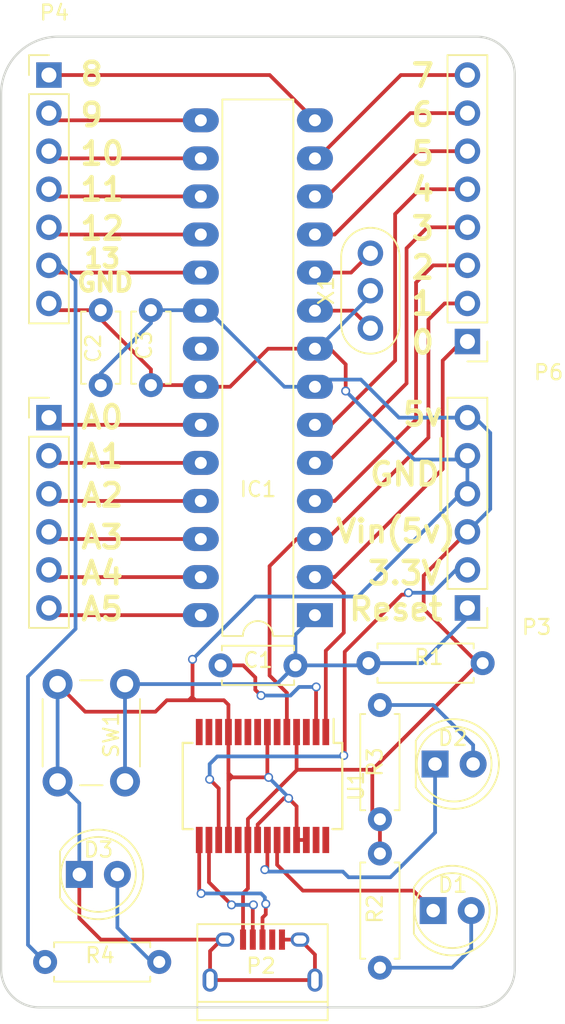
<source format=kicad_pcb>
(kicad_pcb (version 4) (host pcbnew 4.0.1-stable)

  (general
    (links 71)
    (no_connects 0)
    (area 37.374999 32.924999 71.815001 97.845001)
    (thickness 1.6)
    (drawings 35)
    (tracks 264)
    (zones 0)
    (modules 19)
    (nets 47)
  )

  (page A4)
  (layers
    (0 F.Cu signal)
    (31 B.Cu signal)
    (32 B.Adhes user)
    (33 F.Adhes user)
    (34 B.Paste user)
    (35 F.Paste user)
    (36 B.SilkS user)
    (37 F.SilkS user)
    (38 B.Mask user)
    (39 F.Mask user)
    (40 Dwgs.User user)
    (41 Cmts.User user)
    (42 Eco1.User user)
    (43 Eco2.User user)
    (44 Edge.Cuts user)
    (45 Margin user)
    (46 B.CrtYd user)
    (47 F.CrtYd user)
    (48 B.Fab user)
    (49 F.Fab user)
  )

  (setup
    (last_trace_width 0.25)
    (trace_clearance 0.2)
    (zone_clearance 0.508)
    (zone_45_only no)
    (trace_min 0.2)
    (segment_width 0.2)
    (edge_width 0.15)
    (via_size 0.6)
    (via_drill 0.4)
    (via_min_size 0.4)
    (via_min_drill 0.3)
    (uvia_size 0.3)
    (uvia_drill 0.1)
    (uvias_allowed no)
    (uvia_min_size 0.2)
    (uvia_min_drill 0.1)
    (pcb_text_width 0.3)
    (pcb_text_size 1.5 1.5)
    (mod_edge_width 0.15)
    (mod_text_size 1 1)
    (mod_text_width 0.15)
    (pad_size 1.7 1.7)
    (pad_drill 1)
    (pad_to_mask_clearance 0.2)
    (aux_axis_origin 0 0)
    (grid_origin 43.8 58.4)
    (visible_elements 7FFFFFFF)
    (pcbplotparams
      (layerselection 0x00030_80000001)
      (usegerberextensions false)
      (excludeedgelayer true)
      (linewidth 0.100000)
      (plotframeref false)
      (viasonmask false)
      (mode 1)
      (useauxorigin false)
      (hpglpennumber 1)
      (hpglpenspeed 20)
      (hpglpendiameter 15)
      (hpglpenoverlay 2)
      (psnegative false)
      (psa4output false)
      (plotreference true)
      (plotvalue true)
      (plotinvisibletext false)
      (padsonsilk false)
      (subtractmaskfromsilk false)
      (outputformat 1)
      (mirror false)
      (drillshape 1)
      (scaleselection 1)
      (outputdirectory ""))
  )

  (net 0 "")
  (net 1 "Net-(C1-Pad1)")
  (net 2 /Reset)
  (net 3 +5V)
  (net 4 GND)
  (net 5 "Net-(D1-Pad1)")
  (net 6 "Net-(D1-Pad2)")
  (net 7 "Net-(D2-Pad1)")
  (net 8 "Net-(D2-Pad2)")
  (net 9 "Net-(D3-Pad2)")
  (net 10 /D9)
  (net 11 /D0)
  (net 12 /D10)
  (net 13 /D1)
  (net 14 /D11)
  (net 15 /D2)
  (net 16 /D12)
  (net 17 /D3)
  (net 18 /D13)
  (net 19 /D4)
  (net 20 "Net-(IC1-Pad21)")
  (net 21 /XTAL1)
  (net 22 /A0)
  (net 23 /XTAL2)
  (net 24 /A1)
  (net 25 /D5)
  (net 26 /A2)
  (net 27 /D6)
  (net 28 /A3)
  (net 29 /D7)
  (net 30 /A4)
  (net 31 /D8)
  (net 32 /A5)
  (net 33 /D+)
  (net 34 /D-)
  (net 35 "Net-(P2-Pad4)")
  (net 36 +3V3)
  (net 37 "Net-(U1-Pad3)")
  (net 38 "Net-(U1-Pad6)")
  (net 39 "Net-(U1-Pad9)")
  (net 40 "Net-(U1-Pad10)")
  (net 41 "Net-(U1-Pad12)")
  (net 42 "Net-(U1-Pad13)")
  (net 43 "Net-(U1-Pad14)")
  (net 44 "Net-(U1-Pad19)")
  (net 45 "Net-(U1-Pad27)")
  (net 46 "Net-(U1-Pad28)")

  (net_class Default "これは標準のネット クラスです。"
    (clearance 0.2)
    (trace_width 0.25)
    (via_dia 0.6)
    (via_drill 0.4)
    (uvia_dia 0.3)
    (uvia_drill 0.1)
    (add_net +3V3)
    (add_net +5V)
    (add_net /A0)
    (add_net /A1)
    (add_net /A2)
    (add_net /A3)
    (add_net /A4)
    (add_net /A5)
    (add_net /D+)
    (add_net /D-)
    (add_net /D0)
    (add_net /D1)
    (add_net /D10)
    (add_net /D11)
    (add_net /D12)
    (add_net /D13)
    (add_net /D2)
    (add_net /D3)
    (add_net /D4)
    (add_net /D5)
    (add_net /D6)
    (add_net /D7)
    (add_net /D8)
    (add_net /D9)
    (add_net /Reset)
    (add_net /XTAL1)
    (add_net /XTAL2)
    (add_net GND)
    (add_net "Net-(C1-Pad1)")
    (add_net "Net-(D1-Pad1)")
    (add_net "Net-(D1-Pad2)")
    (add_net "Net-(D2-Pad1)")
    (add_net "Net-(D2-Pad2)")
    (add_net "Net-(D3-Pad2)")
    (add_net "Net-(IC1-Pad21)")
    (add_net "Net-(P2-Pad4)")
    (add_net "Net-(U1-Pad10)")
    (add_net "Net-(U1-Pad12)")
    (add_net "Net-(U1-Pad13)")
    (add_net "Net-(U1-Pad14)")
    (add_net "Net-(U1-Pad19)")
    (add_net "Net-(U1-Pad27)")
    (add_net "Net-(U1-Pad28)")
    (add_net "Net-(U1-Pad3)")
    (add_net "Net-(U1-Pad6)")
    (add_net "Net-(U1-Pad9)")
  )

  (module Capacitors_ThroughHole:C_Disc_D4.7mm_W2.5mm_P5.00mm placed (layer F.Cu) (tedit 58D71A92) (tstamp 58D6AAE0)
    (at 52.1 74.95)
    (descr "C, Disc series, Radial, pin pitch=5.00mm, , diameter*width=4.7*2.5mm^2, Capacitor, http://www.vishay.com/docs/45233/krseries.pdf")
    (tags "C Disc series Radial pin pitch 5.00mm  diameter 4.7mm width 2.5mm Capacitor")
    (path /58D6C17D)
    (fp_text reference C1 (at 2.5 -0.35) (layer F.SilkS)
      (effects (font (size 1 1) (thickness 0.15)))
    )
    (fp_text value 0.1uF (at 2.5 0.65) (layer F.Fab)
      (effects (font (size 1 1) (thickness 0.15)))
    )
    (fp_line (start 0.15 -1.25) (end 0.15 1.25) (layer F.Fab) (width 0.1))
    (fp_line (start 0.15 1.25) (end 4.85 1.25) (layer F.Fab) (width 0.1))
    (fp_line (start 4.85 1.25) (end 4.85 -1.25) (layer F.Fab) (width 0.1))
    (fp_line (start 4.85 -1.25) (end 0.15 -1.25) (layer F.Fab) (width 0.1))
    (fp_line (start 0.09 -1.31) (end 4.91 -1.31) (layer F.SilkS) (width 0.12))
    (fp_line (start 0.09 1.31) (end 4.91 1.31) (layer F.SilkS) (width 0.12))
    (fp_line (start 0.09 -1.31) (end 0.09 -0.996) (layer F.SilkS) (width 0.12))
    (fp_line (start 0.09 0.996) (end 0.09 1.31) (layer F.SilkS) (width 0.12))
    (fp_line (start 4.91 -1.31) (end 4.91 -0.996) (layer F.SilkS) (width 0.12))
    (fp_line (start 4.91 0.996) (end 4.91 1.31) (layer F.SilkS) (width 0.12))
    (fp_line (start -1.05 -1.6) (end -1.05 1.6) (layer F.CrtYd) (width 0.05))
    (fp_line (start -1.05 1.6) (end 6.05 1.6) (layer F.CrtYd) (width 0.05))
    (fp_line (start 6.05 1.6) (end 6.05 -1.6) (layer F.CrtYd) (width 0.05))
    (fp_line (start 6.05 -1.6) (end -1.05 -1.6) (layer F.CrtYd) (width 0.05))
    (pad 1 thru_hole circle (at 0 0) (size 1.6 1.6) (drill 0.8) (layers *.Cu *.Mask)
      (net 1 "Net-(C1-Pad1)"))
    (pad 2 thru_hole circle (at 5 0) (size 1.6 1.6) (drill 0.8) (layers *.Cu *.Mask)
      (net 2 /Reset))
    (model Capacitors_THT.3dshapes/C_Disc_D4.7mm_W2.5mm_P5.00mm.wrl
      (at (xyz 0 0 0))
      (scale (xyz 0.393701 0.393701 0.393701))
      (rotate (xyz 0 0 0))
    )
  )

  (module Capacitors_ThroughHole:C_Disc_D4.7mm_W2.5mm_P5.00mm placed (layer F.Cu) (tedit 58D71A0E) (tstamp 58D6AAE6)
    (at 44.1 56.25 90)
    (descr "C, Disc series, Radial, pin pitch=5.00mm, , diameter*width=4.7*2.5mm^2, Capacitor, http://www.vishay.com/docs/45233/krseries.pdf")
    (tags "C Disc series Radial pin pitch 5.00mm  diameter 4.7mm width 2.5mm Capacitor")
    (path /58D674DB)
    (fp_text reference C2 (at 2.45 -0.5 90) (layer F.SilkS)
      (effects (font (size 1 1) (thickness 0.15)))
    )
    (fp_text value 10uF (at 2.65 0.5 90) (layer F.Fab)
      (effects (font (size 1 1) (thickness 0.15)))
    )
    (fp_line (start 0.15 -1.25) (end 0.15 1.25) (layer F.Fab) (width 0.1))
    (fp_line (start 0.15 1.25) (end 4.85 1.25) (layer F.Fab) (width 0.1))
    (fp_line (start 4.85 1.25) (end 4.85 -1.25) (layer F.Fab) (width 0.1))
    (fp_line (start 4.85 -1.25) (end 0.15 -1.25) (layer F.Fab) (width 0.1))
    (fp_line (start 0.09 -1.31) (end 4.91 -1.31) (layer F.SilkS) (width 0.12))
    (fp_line (start 0.09 1.31) (end 4.91 1.31) (layer F.SilkS) (width 0.12))
    (fp_line (start 0.09 -1.31) (end 0.09 -0.996) (layer F.SilkS) (width 0.12))
    (fp_line (start 0.09 0.996) (end 0.09 1.31) (layer F.SilkS) (width 0.12))
    (fp_line (start 4.91 -1.31) (end 4.91 -0.996) (layer F.SilkS) (width 0.12))
    (fp_line (start 4.91 0.996) (end 4.91 1.31) (layer F.SilkS) (width 0.12))
    (fp_line (start -1.05 -1.6) (end -1.05 1.6) (layer F.CrtYd) (width 0.05))
    (fp_line (start -1.05 1.6) (end 6.05 1.6) (layer F.CrtYd) (width 0.05))
    (fp_line (start 6.05 1.6) (end 6.05 -1.6) (layer F.CrtYd) (width 0.05))
    (fp_line (start 6.05 -1.6) (end -1.05 -1.6) (layer F.CrtYd) (width 0.05))
    (pad 1 thru_hole circle (at 0 0 90) (size 1.6 1.6) (drill 0.8) (layers *.Cu *.Mask)
      (net 3 +5V))
    (pad 2 thru_hole circle (at 5 0 90) (size 1.6 1.6) (drill 0.8) (layers *.Cu *.Mask)
      (net 4 GND))
    (model Capacitors_THT.3dshapes/C_Disc_D4.7mm_W2.5mm_P5.00mm.wrl
      (at (xyz 0 0 0))
      (scale (xyz 0.393701 0.393701 0.393701))
      (rotate (xyz 0 0 0))
    )
  )

  (module Capacitors_ThroughHole:C_Disc_D4.7mm_W2.5mm_P5.00mm placed (layer F.Cu) (tedit 58D71A18) (tstamp 58D6AAEC)
    (at 47.45 51.25 270)
    (descr "C, Disc series, Radial, pin pitch=5.00mm, , diameter*width=4.7*2.5mm^2, Capacitor, http://www.vishay.com/docs/45233/krseries.pdf")
    (tags "C Disc series Radial pin pitch 5.00mm  diameter 4.7mm width 2.5mm Capacitor")
    (path /58D67412)
    (fp_text reference C3 (at 2.35 0.45 270) (layer F.SilkS)
      (effects (font (size 1 1) (thickness 0.15)))
    )
    (fp_text value 0.1uF (at 2.55 -0.55 270) (layer F.Fab)
      (effects (font (size 1 1) (thickness 0.15)))
    )
    (fp_line (start 0.15 -1.25) (end 0.15 1.25) (layer F.Fab) (width 0.1))
    (fp_line (start 0.15 1.25) (end 4.85 1.25) (layer F.Fab) (width 0.1))
    (fp_line (start 4.85 1.25) (end 4.85 -1.25) (layer F.Fab) (width 0.1))
    (fp_line (start 4.85 -1.25) (end 0.15 -1.25) (layer F.Fab) (width 0.1))
    (fp_line (start 0.09 -1.31) (end 4.91 -1.31) (layer F.SilkS) (width 0.12))
    (fp_line (start 0.09 1.31) (end 4.91 1.31) (layer F.SilkS) (width 0.12))
    (fp_line (start 0.09 -1.31) (end 0.09 -0.996) (layer F.SilkS) (width 0.12))
    (fp_line (start 0.09 0.996) (end 0.09 1.31) (layer F.SilkS) (width 0.12))
    (fp_line (start 4.91 -1.31) (end 4.91 -0.996) (layer F.SilkS) (width 0.12))
    (fp_line (start 4.91 0.996) (end 4.91 1.31) (layer F.SilkS) (width 0.12))
    (fp_line (start -1.05 -1.6) (end -1.05 1.6) (layer F.CrtYd) (width 0.05))
    (fp_line (start -1.05 1.6) (end 6.05 1.6) (layer F.CrtYd) (width 0.05))
    (fp_line (start 6.05 1.6) (end 6.05 -1.6) (layer F.CrtYd) (width 0.05))
    (fp_line (start 6.05 -1.6) (end -1.05 -1.6) (layer F.CrtYd) (width 0.05))
    (pad 1 thru_hole circle (at 0 0 270) (size 1.6 1.6) (drill 0.8) (layers *.Cu *.Mask)
      (net 3 +5V))
    (pad 2 thru_hole circle (at 5 0 270) (size 1.6 1.6) (drill 0.8) (layers *.Cu *.Mask)
      (net 4 GND))
    (model Capacitors_THT.3dshapes/C_Disc_D4.7mm_W2.5mm_P5.00mm.wrl
      (at (xyz 0 0 0))
      (scale (xyz 0.393701 0.393701 0.393701))
      (rotate (xyz 0 0 0))
    )
  )

  (module LEDs:LED_D5.0mm placed (layer F.Cu) (tedit 58D71878) (tstamp 58D6AAF2)
    (at 66.294 91.313)
    (descr "LED, diameter 5.0mm, 2 pins, http://cdn-reichelt.de/documents/datenblatt/A500/LL-504BC2E-009.pdf")
    (tags "LED diameter 5.0mm 2 pins")
    (path /58D6811E)
    (fp_text reference D1 (at 1.306 -1.713) (layer F.SilkS)
      (effects (font (size 1 1) (thickness 0.15)))
    )
    (fp_text value RX (at 1.27 3.96) (layer F.Fab)
      (effects (font (size 1 1) (thickness 0.15)))
    )
    (fp_arc (start 1.27 0) (end -1.23 -1.469694) (angle 299.1) (layer F.Fab) (width 0.1))
    (fp_arc (start 1.27 0) (end -1.29 -1.54483) (angle 148.9) (layer F.SilkS) (width 0.12))
    (fp_arc (start 1.27 0) (end -1.29 1.54483) (angle -148.9) (layer F.SilkS) (width 0.12))
    (fp_circle (center 1.27 0) (end 3.77 0) (layer F.Fab) (width 0.1))
    (fp_circle (center 1.27 0) (end 3.77 0) (layer F.SilkS) (width 0.12))
    (fp_line (start -1.23 -1.469694) (end -1.23 1.469694) (layer F.Fab) (width 0.1))
    (fp_line (start -1.29 -1.545) (end -1.29 1.545) (layer F.SilkS) (width 0.12))
    (fp_line (start -1.95 -3.25) (end -1.95 3.25) (layer F.CrtYd) (width 0.05))
    (fp_line (start -1.95 3.25) (end 4.5 3.25) (layer F.CrtYd) (width 0.05))
    (fp_line (start 4.5 3.25) (end 4.5 -3.25) (layer F.CrtYd) (width 0.05))
    (fp_line (start 4.5 -3.25) (end -1.95 -3.25) (layer F.CrtYd) (width 0.05))
    (pad 1 thru_hole rect (at 0 0) (size 1.8 1.8) (drill 0.9) (layers *.Cu *.Mask)
      (net 5 "Net-(D1-Pad1)"))
    (pad 2 thru_hole circle (at 2.54 0) (size 1.8 1.8) (drill 0.9) (layers *.Cu *.Mask)
      (net 6 "Net-(D1-Pad2)"))
    (model LEDs.3dshapes/LED_D5.0mm.wrl
      (at (xyz 0 0 0))
      (scale (xyz 0.393701 0.393701 0.393701))
      (rotate (xyz 0 0 0))
    )
  )

  (module LEDs:LED_D5.0mm placed (layer F.Cu) (tedit 58D71A60) (tstamp 58D6AAF8)
    (at 66.421 81.534)
    (descr "LED, diameter 5.0mm, 2 pins, http://cdn-reichelt.de/documents/datenblatt/A500/LL-504BC2E-009.pdf")
    (tags "LED diameter 5.0mm 2 pins")
    (path /58D6FF12)
    (fp_text reference D2 (at 1.179 -1.734) (layer F.SilkS)
      (effects (font (size 1 1) (thickness 0.15)))
    )
    (fp_text value TX (at 1.27 3.96) (layer F.Fab)
      (effects (font (size 1 1) (thickness 0.15)))
    )
    (fp_arc (start 1.27 0) (end -1.23 -1.469694) (angle 299.1) (layer F.Fab) (width 0.1))
    (fp_arc (start 1.27 0) (end -1.29 -1.54483) (angle 148.9) (layer F.SilkS) (width 0.12))
    (fp_arc (start 1.27 0) (end -1.29 1.54483) (angle -148.9) (layer F.SilkS) (width 0.12))
    (fp_circle (center 1.27 0) (end 3.77 0) (layer F.Fab) (width 0.1))
    (fp_circle (center 1.27 0) (end 3.77 0) (layer F.SilkS) (width 0.12))
    (fp_line (start -1.23 -1.469694) (end -1.23 1.469694) (layer F.Fab) (width 0.1))
    (fp_line (start -1.29 -1.545) (end -1.29 1.545) (layer F.SilkS) (width 0.12))
    (fp_line (start -1.95 -3.25) (end -1.95 3.25) (layer F.CrtYd) (width 0.05))
    (fp_line (start -1.95 3.25) (end 4.5 3.25) (layer F.CrtYd) (width 0.05))
    (fp_line (start 4.5 3.25) (end 4.5 -3.25) (layer F.CrtYd) (width 0.05))
    (fp_line (start 4.5 -3.25) (end -1.95 -3.25) (layer F.CrtYd) (width 0.05))
    (pad 1 thru_hole rect (at 0 0) (size 1.8 1.8) (drill 0.9) (layers *.Cu *.Mask)
      (net 7 "Net-(D2-Pad1)"))
    (pad 2 thru_hole circle (at 2.54 0) (size 1.8 1.8) (drill 0.9) (layers *.Cu *.Mask)
      (net 8 "Net-(D2-Pad2)"))
    (model LEDs.3dshapes/LED_D5.0mm.wrl
      (at (xyz 0 0 0))
      (scale (xyz 0.393701 0.393701 0.393701))
      (rotate (xyz 0 0 0))
    )
  )

  (module LEDs:LED_D5.0mm placed (layer F.Cu) (tedit 58D718AC) (tstamp 58D6AAFE)
    (at 42.672 88.9)
    (descr "LED, diameter 5.0mm, 2 pins, http://cdn-reichelt.de/documents/datenblatt/A500/LL-504BC2E-009.pdf")
    (tags "LED diameter 5.0mm 2 pins")
    (path /58D681A8)
    (fp_text reference D3 (at 1.278 -1.65) (layer F.SilkS)
      (effects (font (size 1 1) (thickness 0.15)))
    )
    (fp_text value 13LED (at 1.27 3.96) (layer F.Fab)
      (effects (font (size 1 1) (thickness 0.15)))
    )
    (fp_arc (start 1.27 0) (end -1.23 -1.469694) (angle 299.1) (layer F.Fab) (width 0.1))
    (fp_arc (start 1.27 0) (end -1.29 -1.54483) (angle 148.9) (layer F.SilkS) (width 0.12))
    (fp_arc (start 1.27 0) (end -1.29 1.54483) (angle -148.9) (layer F.SilkS) (width 0.12))
    (fp_circle (center 1.27 0) (end 3.77 0) (layer F.Fab) (width 0.1))
    (fp_circle (center 1.27 0) (end 3.77 0) (layer F.SilkS) (width 0.12))
    (fp_line (start -1.23 -1.469694) (end -1.23 1.469694) (layer F.Fab) (width 0.1))
    (fp_line (start -1.29 -1.545) (end -1.29 1.545) (layer F.SilkS) (width 0.12))
    (fp_line (start -1.95 -3.25) (end -1.95 3.25) (layer F.CrtYd) (width 0.05))
    (fp_line (start -1.95 3.25) (end 4.5 3.25) (layer F.CrtYd) (width 0.05))
    (fp_line (start 4.5 3.25) (end 4.5 -3.25) (layer F.CrtYd) (width 0.05))
    (fp_line (start 4.5 -3.25) (end -1.95 -3.25) (layer F.CrtYd) (width 0.05))
    (pad 1 thru_hole rect (at 0 0) (size 1.8 1.8) (drill 0.9) (layers *.Cu *.Mask)
      (net 4 GND))
    (pad 2 thru_hole circle (at 2.54 0) (size 1.8 1.8) (drill 0.9) (layers *.Cu *.Mask)
      (net 9 "Net-(D3-Pad2)"))
    (model LEDs.3dshapes/LED_D5.0mm.wrl
      (at (xyz 0 0 0))
      (scale (xyz 0.393701 0.393701 0.393701))
      (rotate (xyz 0 0 0))
    )
  )

  (module Housings_DIP:DIP-28_W7.62mm_LongPads placed (layer F.Cu) (tedit 58D7185D) (tstamp 58D6AB1E)
    (at 58.4 71.6 180)
    (descr "28-lead dip package, row spacing 7.62 mm (300 mils), LongPads")
    (tags "DIL DIP PDIP 2.54mm 7.62mm 300mil LongPads")
    (path /58D66FF4)
    (fp_text reference IC1 (at 3.8 8.4 180) (layer F.SilkS)
      (effects (font (size 1 1) (thickness 0.15)))
    )
    (fp_text value ATMEGA328-P (at 4 15.2 270) (layer F.Fab)
      (effects (font (size 1 1) (thickness 0.15)))
    )
    (fp_arc (start 3.81 -1.39) (end 2.81 -1.39) (angle -180) (layer F.SilkS) (width 0.12))
    (fp_line (start 1.635 -1.27) (end 6.985 -1.27) (layer F.Fab) (width 0.1))
    (fp_line (start 6.985 -1.27) (end 6.985 34.29) (layer F.Fab) (width 0.1))
    (fp_line (start 6.985 34.29) (end 0.635 34.29) (layer F.Fab) (width 0.1))
    (fp_line (start 0.635 34.29) (end 0.635 -0.27) (layer F.Fab) (width 0.1))
    (fp_line (start 0.635 -0.27) (end 1.635 -1.27) (layer F.Fab) (width 0.1))
    (fp_line (start 2.81 -1.39) (end 1.44 -1.39) (layer F.SilkS) (width 0.12))
    (fp_line (start 1.44 -1.39) (end 1.44 34.41) (layer F.SilkS) (width 0.12))
    (fp_line (start 1.44 34.41) (end 6.18 34.41) (layer F.SilkS) (width 0.12))
    (fp_line (start 6.18 34.41) (end 6.18 -1.39) (layer F.SilkS) (width 0.12))
    (fp_line (start 6.18 -1.39) (end 4.81 -1.39) (layer F.SilkS) (width 0.12))
    (fp_line (start -1.5 -1.6) (end -1.5 34.6) (layer F.CrtYd) (width 0.05))
    (fp_line (start -1.5 34.6) (end 9.1 34.6) (layer F.CrtYd) (width 0.05))
    (fp_line (start 9.1 34.6) (end 9.1 -1.6) (layer F.CrtYd) (width 0.05))
    (fp_line (start 9.1 -1.6) (end -1.5 -1.6) (layer F.CrtYd) (width 0.05))
    (pad 1 thru_hole rect (at 0 0 180) (size 2.4 1.6) (drill 0.8) (layers *.Cu *.Mask)
      (net 2 /Reset))
    (pad 15 thru_hole oval (at 7.62 33.02 180) (size 2.4 1.6) (drill 0.8) (layers *.Cu *.Mask)
      (net 10 /D9))
    (pad 2 thru_hole oval (at 0 2.54 180) (size 2.4 1.6) (drill 0.8) (layers *.Cu *.Mask)
      (net 11 /D0))
    (pad 16 thru_hole oval (at 7.62 30.48 180) (size 2.4 1.6) (drill 0.8) (layers *.Cu *.Mask)
      (net 12 /D10))
    (pad 3 thru_hole oval (at 0 5.08 180) (size 2.4 1.6) (drill 0.8) (layers *.Cu *.Mask)
      (net 13 /D1))
    (pad 17 thru_hole oval (at 7.62 27.94 180) (size 2.4 1.6) (drill 0.8) (layers *.Cu *.Mask)
      (net 14 /D11))
    (pad 4 thru_hole oval (at 0 7.62 180) (size 2.4 1.6) (drill 0.8) (layers *.Cu *.Mask)
      (net 15 /D2))
    (pad 18 thru_hole oval (at 7.62 25.4 180) (size 2.4 1.6) (drill 0.8) (layers *.Cu *.Mask)
      (net 16 /D12))
    (pad 5 thru_hole oval (at 0 10.16 180) (size 2.4 1.6) (drill 0.8) (layers *.Cu *.Mask)
      (net 17 /D3))
    (pad 19 thru_hole oval (at 7.62 22.86 180) (size 2.4 1.6) (drill 0.8) (layers *.Cu *.Mask)
      (net 18 /D13))
    (pad 6 thru_hole oval (at 0 12.7 180) (size 2.4 1.6) (drill 0.8) (layers *.Cu *.Mask)
      (net 19 /D4))
    (pad 20 thru_hole oval (at 7.62 20.32 180) (size 2.4 1.6) (drill 0.8) (layers *.Cu *.Mask)
      (net 3 +5V))
    (pad 7 thru_hole oval (at 0 15.24 180) (size 2.4 1.6) (drill 0.8) (layers *.Cu *.Mask)
      (net 3 +5V))
    (pad 21 thru_hole oval (at 7.62 17.78 180) (size 2.4 1.6) (drill 0.8) (layers *.Cu *.Mask)
      (net 20 "Net-(IC1-Pad21)"))
    (pad 8 thru_hole oval (at 0 17.78 180) (size 2.4 1.6) (drill 0.8) (layers *.Cu *.Mask)
      (net 4 GND))
    (pad 22 thru_hole oval (at 7.62 15.24 180) (size 2.4 1.6) (drill 0.8) (layers *.Cu *.Mask)
      (net 4 GND))
    (pad 9 thru_hole oval (at 0 20.32 180) (size 2.4 1.6) (drill 0.8) (layers *.Cu *.Mask)
      (net 21 /XTAL1))
    (pad 23 thru_hole oval (at 7.62 12.7 180) (size 2.4 1.6) (drill 0.8) (layers *.Cu *.Mask)
      (net 22 /A0))
    (pad 10 thru_hole oval (at 0 22.86 180) (size 2.4 1.6) (drill 0.8) (layers *.Cu *.Mask)
      (net 23 /XTAL2))
    (pad 24 thru_hole oval (at 7.62 10.16 180) (size 2.4 1.6) (drill 0.8) (layers *.Cu *.Mask)
      (net 24 /A1))
    (pad 11 thru_hole oval (at 0 25.4 180) (size 2.4 1.6) (drill 0.8) (layers *.Cu *.Mask)
      (net 25 /D5))
    (pad 25 thru_hole oval (at 7.62 7.62 180) (size 2.4 1.6) (drill 0.8) (layers *.Cu *.Mask)
      (net 26 /A2))
    (pad 12 thru_hole oval (at 0 27.94 180) (size 2.4 1.6) (drill 0.8) (layers *.Cu *.Mask)
      (net 27 /D6))
    (pad 26 thru_hole oval (at 7.62 5.08 180) (size 2.4 1.6) (drill 0.8) (layers *.Cu *.Mask)
      (net 28 /A3))
    (pad 13 thru_hole oval (at 0 30.48 180) (size 2.4 1.6) (drill 0.8) (layers *.Cu *.Mask)
      (net 29 /D7))
    (pad 27 thru_hole oval (at 7.62 2.54 180) (size 2.4 1.6) (drill 0.8) (layers *.Cu *.Mask)
      (net 30 /A4))
    (pad 14 thru_hole oval (at 0 33.02 180) (size 2.4 1.6) (drill 0.8) (layers *.Cu *.Mask)
      (net 31 /D8))
    (pad 28 thru_hole oval (at 7.62 0 180) (size 2.4 1.6) (drill 0.8) (layers *.Cu *.Mask)
      (net 32 /A5))
    (model Housings_DIP.3dshapes/DIP-28_W7.62mm_LongPads.wrl
      (at (xyz 0 0 0))
      (scale (xyz 1 1 1))
      (rotate (xyz 0 0 0))
    )
  )

  (module Connect:USB_Micro-B placed (layer F.Cu) (tedit 58D718BC) (tstamp 58D6AB35)
    (at 54.9 94.6)
    (descr "Micro USB Type B Receptacle")
    (tags "USB USB_B USB_micro USB_OTG")
    (path /58D67FAD)
    (attr smd)
    (fp_text reference P2 (at -0.1 0.4) (layer F.SilkS)
      (effects (font (size 1 1) (thickness 0.15)))
    )
    (fp_text value "USB micro" (at 0.125 2.025) (layer F.Fab)
      (effects (font (size 1 1) (thickness 0.15)))
    )
    (fp_line (start -4.6 -2.59) (end 4.6 -2.59) (layer F.CrtYd) (width 0.05))
    (fp_line (start 4.6 -2.59) (end 4.6 4.26) (layer F.CrtYd) (width 0.05))
    (fp_line (start 4.6 4.26) (end -4.6 4.26) (layer F.CrtYd) (width 0.05))
    (fp_line (start -4.6 4.26) (end -4.6 -2.59) (layer F.CrtYd) (width 0.05))
    (fp_line (start -4.35 4.03) (end 4.35 4.03) (layer F.SilkS) (width 0.12))
    (fp_line (start -4.35 -2.38) (end 4.35 -2.38) (layer F.SilkS) (width 0.12))
    (fp_line (start 4.35 -2.38) (end 4.35 4.03) (layer F.SilkS) (width 0.12))
    (fp_line (start 4.35 2.8) (end -4.35 2.8) (layer F.SilkS) (width 0.12))
    (fp_line (start -4.35 4.03) (end -4.35 -2.38) (layer F.SilkS) (width 0.12))
    (pad 1 smd rect (at -1.3 -1.35 90) (size 1.35 0.4) (layers F.Cu F.Paste F.Mask)
      (net 3 +5V))
    (pad 2 smd rect (at -0.65 -1.35 90) (size 1.35 0.4) (layers F.Cu F.Paste F.Mask)
      (net 34 /D-))
    (pad 3 smd rect (at 0 -1.35 90) (size 1.35 0.4) (layers F.Cu F.Paste F.Mask)
      (net 33 /D+))
    (pad 4 smd rect (at 0.65 -1.35 90) (size 1.35 0.4) (layers F.Cu F.Paste F.Mask)
      (net 35 "Net-(P2-Pad4)"))
    (pad 5 smd rect (at 1.3 -1.35 90) (size 1.35 0.4) (layers F.Cu F.Paste F.Mask)
      (net 4 GND))
    (pad 6 thru_hole oval (at -2.5 -1.35 90) (size 0.95 1.25) (drill oval 0.55 0.85) (layers *.Cu *.Mask)
      (net 4 GND))
    (pad 6 thru_hole oval (at 2.5 -1.35 90) (size 0.95 1.25) (drill oval 0.55 0.85) (layers *.Cu *.Mask)
      (net 4 GND))
    (pad 6 thru_hole oval (at -3.5 1.35 90) (size 1.55 1) (drill oval 1.15 0.5) (layers *.Cu *.Mask)
      (net 4 GND))
    (pad 6 thru_hole oval (at 3.5 1.35 90) (size 1.55 1) (drill oval 1.15 0.5) (layers *.Cu *.Mask)
      (net 4 GND))
  )

  (module Socket_Strips:Socket_Strip_Straight_1x06_Pitch2.54mm placed (layer F.Cu) (tedit 58D71A52) (tstamp 58D6AB3F)
    (at 68.58 71.12 180)
    (descr "Through hole straight socket strip, 1x06, 2.54mm pitch, single row")
    (tags "Through hole socket strip THT 1x06 2.54mm single row")
    (path /58D6705F)
    (fp_text reference P3 (at -4.62 -1.28 180) (layer F.SilkS)
      (effects (font (size 1 1) (thickness 0.15)))
    )
    (fp_text value Power (at -1.995 7.145 270) (layer F.Fab)
      (effects (font (size 1 1) (thickness 0.15)))
    )
    (fp_line (start -1.27 -1.27) (end -1.27 13.97) (layer F.Fab) (width 0.1))
    (fp_line (start -1.27 13.97) (end 1.27 13.97) (layer F.Fab) (width 0.1))
    (fp_line (start 1.27 13.97) (end 1.27 -1.27) (layer F.Fab) (width 0.1))
    (fp_line (start 1.27 -1.27) (end -1.27 -1.27) (layer F.Fab) (width 0.1))
    (fp_line (start -1.33 1.27) (end -1.33 14.03) (layer F.SilkS) (width 0.12))
    (fp_line (start -1.33 14.03) (end 1.33 14.03) (layer F.SilkS) (width 0.12))
    (fp_line (start 1.33 14.03) (end 1.33 1.27) (layer F.SilkS) (width 0.12))
    (fp_line (start 1.33 1.27) (end -1.33 1.27) (layer F.SilkS) (width 0.12))
    (fp_line (start -1.33 0) (end -1.33 -1.33) (layer F.SilkS) (width 0.12))
    (fp_line (start -1.33 -1.33) (end 0 -1.33) (layer F.SilkS) (width 0.12))
    (fp_line (start -1.8 -1.8) (end -1.8 14.5) (layer F.CrtYd) (width 0.05))
    (fp_line (start -1.8 14.5) (end 1.8 14.5) (layer F.CrtYd) (width 0.05))
    (fp_line (start 1.8 14.5) (end 1.8 -1.8) (layer F.CrtYd) (width 0.05))
    (fp_line (start 1.8 -1.8) (end -1.8 -1.8) (layer F.CrtYd) (width 0.05))
    (fp_text user %R (at -4.62 -1.28 180) (layer F.Fab)
      (effects (font (size 1 1) (thickness 0.15)))
    )
    (pad 1 thru_hole rect (at 0 0 180) (size 1.7 1.7) (drill 1) (layers *.Cu *.Mask)
      (net 2 /Reset))
    (pad 2 thru_hole oval (at 0 2.54 180) (size 1.7 1.7) (drill 1) (layers *.Cu *.Mask)
      (net 36 +3V3))
    (pad 3 thru_hole oval (at 0 5.08 180) (size 1.7 1.7) (drill 1) (layers *.Cu *.Mask)
      (net 3 +5V))
    (pad 4 thru_hole oval (at 0 7.62 180) (size 1.7 1.7) (drill 1) (layers *.Cu *.Mask)
      (net 4 GND))
    (pad 5 thru_hole oval (at 0 10.16 180) (size 1.7 1.7) (drill 1) (layers *.Cu *.Mask)
      (net 4 GND))
    (pad 6 thru_hole oval (at 0 12.7 180) (size 1.7 1.7) (drill 1) (layers *.Cu *.Mask)
      (net 3 +5V))
    (model ${KISYS3DMOD}/Socket_Strips.3dshapes/Socket_Strip_Straight_1x06_Pitch2.54mm.wrl
      (at (xyz 0 -0.25 0))
      (scale (xyz 1 1 1))
      (rotate (xyz 0 0 270))
    )
  )

  (module Socket_Strips:Socket_Strip_Straight_1x07_Pitch2.54mm placed (layer F.Cu) (tedit 58D71A45) (tstamp 58D6AB4A)
    (at 40.64 35.56)
    (descr "Through hole straight socket strip, 1x07, 2.54mm pitch, single row")
    (tags "Through hole socket strip THT 1x07 2.54mm single row")
    (path /58D6F0DA)
    (fp_text reference P4 (at 0.36 -4.16) (layer F.SilkS)
      (effects (font (size 1 1) (thickness 0.15)))
    )
    (fp_text value Digital2 (at -1.84 7.04 270) (layer F.Fab)
      (effects (font (size 1 1) (thickness 0.15)))
    )
    (fp_line (start -1.27 -1.27) (end -1.27 16.51) (layer F.Fab) (width 0.1))
    (fp_line (start -1.27 16.51) (end 1.27 16.51) (layer F.Fab) (width 0.1))
    (fp_line (start 1.27 16.51) (end 1.27 -1.27) (layer F.Fab) (width 0.1))
    (fp_line (start 1.27 -1.27) (end -1.27 -1.27) (layer F.Fab) (width 0.1))
    (fp_line (start -1.33 1.27) (end -1.33 16.57) (layer F.SilkS) (width 0.12))
    (fp_line (start -1.33 16.57) (end 1.33 16.57) (layer F.SilkS) (width 0.12))
    (fp_line (start 1.33 16.57) (end 1.33 1.27) (layer F.SilkS) (width 0.12))
    (fp_line (start 1.33 1.27) (end -1.33 1.27) (layer F.SilkS) (width 0.12))
    (fp_line (start -1.33 0) (end -1.33 -1.33) (layer F.SilkS) (width 0.12))
    (fp_line (start -1.33 -1.33) (end 0 -1.33) (layer F.SilkS) (width 0.12))
    (fp_line (start -1.8 -1.8) (end -1.8 17.05) (layer F.CrtYd) (width 0.05))
    (fp_line (start -1.8 17.05) (end 1.8 17.05) (layer F.CrtYd) (width 0.05))
    (fp_line (start 1.8 17.05) (end 1.8 -1.8) (layer F.CrtYd) (width 0.05))
    (fp_line (start 1.8 -1.8) (end -1.8 -1.8) (layer F.CrtYd) (width 0.05))
    (fp_text user %R (at 0.16 -3.96) (layer F.Fab)
      (effects (font (size 1 1) (thickness 0.15)))
    )
    (pad 1 thru_hole rect (at 0 0) (size 1.7 1.7) (drill 1) (layers *.Cu *.Mask)
      (net 31 /D8))
    (pad 2 thru_hole oval (at 0 2.54) (size 1.7 1.7) (drill 1) (layers *.Cu *.Mask)
      (net 10 /D9))
    (pad 3 thru_hole oval (at 0 5.08) (size 1.7 1.7) (drill 1) (layers *.Cu *.Mask)
      (net 12 /D10))
    (pad 4 thru_hole oval (at 0 7.62) (size 1.7 1.7) (drill 1) (layers *.Cu *.Mask)
      (net 14 /D11))
    (pad 5 thru_hole oval (at 0 10.16) (size 1.7 1.7) (drill 1) (layers *.Cu *.Mask)
      (net 16 /D12))
    (pad 6 thru_hole oval (at 0 12.7) (size 1.7 1.7) (drill 1) (layers *.Cu *.Mask)
      (net 18 /D13))
    (pad 7 thru_hole oval (at 0 15.24) (size 1.7 1.7) (drill 1) (layers *.Cu *.Mask)
      (net 4 GND))
    (model ${KISYS3DMOD}/Socket_Strips.3dshapes/Socket_Strip_Straight_1x07_Pitch2.54mm.wrl
      (at (xyz 0 -0.3 0))
      (scale (xyz 1 1 1))
      (rotate (xyz 0 0 270))
    )
  )

  (module Socket_Strips:Socket_Strip_Straight_1x06_Pitch2.54mm placed (layer F.Cu) (tedit 58D71A3E) (tstamp 58D6AB54)
    (at 40.64 58.42)
    (descr "Through hole straight socket strip, 1x06, 2.54mm pitch, single row")
    (tags "Through hole socket strip THT 1x06 2.54mm single row")
    (path /58D670DC)
    (fp_text reference P5 (at -0.04 1.38) (layer F.SilkS) hide
      (effects (font (size 1 1) (thickness 0.15)))
    )
    (fp_text value Analog (at -2.04 4.38 90) (layer F.Fab)
      (effects (font (size 1 1) (thickness 0.15)))
    )
    (fp_line (start -1.27 -1.27) (end -1.27 13.97) (layer F.Fab) (width 0.1))
    (fp_line (start -1.27 13.97) (end 1.27 13.97) (layer F.Fab) (width 0.1))
    (fp_line (start 1.27 13.97) (end 1.27 -1.27) (layer F.Fab) (width 0.1))
    (fp_line (start 1.27 -1.27) (end -1.27 -1.27) (layer F.Fab) (width 0.1))
    (fp_line (start -1.33 1.27) (end -1.33 14.03) (layer F.SilkS) (width 0.12))
    (fp_line (start -1.33 14.03) (end 1.33 14.03) (layer F.SilkS) (width 0.12))
    (fp_line (start 1.33 14.03) (end 1.33 1.27) (layer F.SilkS) (width 0.12))
    (fp_line (start 1.33 1.27) (end -1.33 1.27) (layer F.SilkS) (width 0.12))
    (fp_line (start -1.33 0) (end -1.33 -1.33) (layer F.SilkS) (width 0.12))
    (fp_line (start -1.33 -1.33) (end 0 -1.33) (layer F.SilkS) (width 0.12))
    (fp_line (start -1.8 -1.8) (end -1.8 14.5) (layer F.CrtYd) (width 0.05))
    (fp_line (start -1.8 14.5) (end 1.8 14.5) (layer F.CrtYd) (width 0.05))
    (fp_line (start 1.8 14.5) (end 1.8 -1.8) (layer F.CrtYd) (width 0.05))
    (fp_line (start 1.8 -1.8) (end -1.8 -1.8) (layer F.CrtYd) (width 0.05))
    (fp_text user %R (at 0 -2.33) (layer F.Fab)
      (effects (font (size 1 1) (thickness 0.15)))
    )
    (pad 1 thru_hole rect (at 0 0) (size 1.7 1.7) (drill 1) (layers *.Cu *.Mask)
      (net 22 /A0))
    (pad 2 thru_hole oval (at 0 2.54) (size 1.7 1.7) (drill 1) (layers *.Cu *.Mask)
      (net 24 /A1))
    (pad 3 thru_hole oval (at 0 5.08) (size 1.7 1.7) (drill 1) (layers *.Cu *.Mask)
      (net 26 /A2))
    (pad 4 thru_hole oval (at 0 7.62) (size 1.7 1.7) (drill 1) (layers *.Cu *.Mask)
      (net 28 /A3))
    (pad 5 thru_hole oval (at 0 10.16) (size 1.7 1.7) (drill 1) (layers *.Cu *.Mask)
      (net 30 /A4))
    (pad 6 thru_hole oval (at 0 12.7) (size 1.7 1.7) (drill 1) (layers *.Cu *.Mask)
      (net 32 /A5))
    (model ${KISYS3DMOD}/Socket_Strips.3dshapes/Socket_Strip_Straight_1x06_Pitch2.54mm.wrl
      (at (xyz 0 -0.25 0))
      (scale (xyz 1 1 1))
      (rotate (xyz 0 0 270))
    )
  )

  (module Socket_Strips:Socket_Strip_Straight_1x08_Pitch2.54mm placed (layer F.Cu) (tedit 58D71A4B) (tstamp 58D6AB60)
    (at 68.58 53.34 180)
    (descr "Through hole straight socket strip, 1x08, 2.54mm pitch, single row")
    (tags "Through hole socket strip THT 1x08 2.54mm single row")
    (path /58D672EC)
    (fp_text reference P6 (at -5.42 -2.06 180) (layer F.SilkS)
      (effects (font (size 1 1) (thickness 0.15)))
    )
    (fp_text value Digital1 (at -1.82 9.465 270) (layer F.Fab)
      (effects (font (size 1 1) (thickness 0.15)))
    )
    (fp_line (start -1.27 -1.27) (end -1.27 19.05) (layer F.Fab) (width 0.1))
    (fp_line (start -1.27 19.05) (end 1.27 19.05) (layer F.Fab) (width 0.1))
    (fp_line (start 1.27 19.05) (end 1.27 -1.27) (layer F.Fab) (width 0.1))
    (fp_line (start 1.27 -1.27) (end -1.27 -1.27) (layer F.Fab) (width 0.1))
    (fp_line (start -1.33 1.27) (end -1.33 19.11) (layer F.SilkS) (width 0.12))
    (fp_line (start -1.33 19.11) (end 1.33 19.11) (layer F.SilkS) (width 0.12))
    (fp_line (start 1.33 19.11) (end 1.33 1.27) (layer F.SilkS) (width 0.12))
    (fp_line (start 1.33 1.27) (end -1.33 1.27) (layer F.SilkS) (width 0.12))
    (fp_line (start -1.33 0) (end -1.33 -1.33) (layer F.SilkS) (width 0.12))
    (fp_line (start -1.33 -1.33) (end 0 -1.33) (layer F.SilkS) (width 0.12))
    (fp_line (start -1.8 -1.8) (end -1.8 19.55) (layer F.CrtYd) (width 0.05))
    (fp_line (start -1.8 19.55) (end 1.8 19.55) (layer F.CrtYd) (width 0.05))
    (fp_line (start 1.8 19.55) (end 1.8 -1.8) (layer F.CrtYd) (width 0.05))
    (fp_line (start 1.8 -1.8) (end -1.8 -1.8) (layer F.CrtYd) (width 0.05))
    (fp_text user %R (at -5.42 -2.66 180) (layer F.Fab)
      (effects (font (size 1 1) (thickness 0.15)))
    )
    (pad 1 thru_hole rect (at 0 0 180) (size 1.7 1.7) (drill 1) (layers *.Cu *.Mask)
      (net 11 /D0))
    (pad 2 thru_hole oval (at 0 2.54 180) (size 1.7 1.7) (drill 1) (layers *.Cu *.Mask)
      (net 13 /D1))
    (pad 3 thru_hole oval (at 0 5.08 180) (size 1.7 1.7) (drill 1) (layers *.Cu *.Mask)
      (net 15 /D2))
    (pad 4 thru_hole oval (at 0 7.62 180) (size 1.7 1.7) (drill 1) (layers *.Cu *.Mask)
      (net 17 /D3))
    (pad 5 thru_hole oval (at 0 10.16 180) (size 1.7 1.7) (drill 1) (layers *.Cu *.Mask)
      (net 19 /D4))
    (pad 6 thru_hole oval (at 0 12.7 180) (size 1.7 1.7) (drill 1) (layers *.Cu *.Mask)
      (net 25 /D5))
    (pad 7 thru_hole oval (at 0 15.24 180) (size 1.7 1.7) (drill 1) (layers *.Cu *.Mask)
      (net 27 /D6))
    (pad 8 thru_hole oval (at 0 17.78 180) (size 1.7 1.7) (drill 1) (layers *.Cu *.Mask)
      (net 29 /D7))
    (model ${KISYS3DMOD}/Socket_Strips.3dshapes/Socket_Strip_Straight_1x08_Pitch2.54mm.wrl
      (at (xyz 0 -0.35 0))
      (scale (xyz 1 1 1))
      (rotate (xyz 0 0 270))
    )
  )

  (module Resistors_ThroughHole:R_Axial_DIN0207_L6.3mm_D2.5mm_P7.62mm_Horizontal placed (layer F.Cu) (tedit 58D71A5B) (tstamp 58D6AB66)
    (at 61.976 74.803)
    (descr "Resistor, Axial_DIN0207 series, Axial, Horizontal, pin pitch=7.62mm, 0.25W = 1/4W, length*diameter=6.3*2.5mm^2, http://cdn-reichelt.de/documents/datenblatt/B400/1_4W%23YAG.pdf")
    (tags "Resistor Axial_DIN0207 series Axial Horizontal pin pitch 7.62mm 0.25W = 1/4W length 6.3mm diameter 2.5mm")
    (path /58D682E8)
    (fp_text reference R1 (at 4.024 -0.403) (layer F.SilkS)
      (effects (font (size 1 1) (thickness 0.15)))
    )
    (fp_text value 10k (at 3.824 0.797) (layer F.Fab)
      (effects (font (size 1 1) (thickness 0.15)))
    )
    (fp_line (start 0.66 -1.25) (end 0.66 1.25) (layer F.Fab) (width 0.1))
    (fp_line (start 0.66 1.25) (end 6.96 1.25) (layer F.Fab) (width 0.1))
    (fp_line (start 6.96 1.25) (end 6.96 -1.25) (layer F.Fab) (width 0.1))
    (fp_line (start 6.96 -1.25) (end 0.66 -1.25) (layer F.Fab) (width 0.1))
    (fp_line (start 0 0) (end 0.66 0) (layer F.Fab) (width 0.1))
    (fp_line (start 7.62 0) (end 6.96 0) (layer F.Fab) (width 0.1))
    (fp_line (start 0.6 -0.98) (end 0.6 -1.31) (layer F.SilkS) (width 0.12))
    (fp_line (start 0.6 -1.31) (end 7.02 -1.31) (layer F.SilkS) (width 0.12))
    (fp_line (start 7.02 -1.31) (end 7.02 -0.98) (layer F.SilkS) (width 0.12))
    (fp_line (start 0.6 0.98) (end 0.6 1.31) (layer F.SilkS) (width 0.12))
    (fp_line (start 0.6 1.31) (end 7.02 1.31) (layer F.SilkS) (width 0.12))
    (fp_line (start 7.02 1.31) (end 7.02 0.98) (layer F.SilkS) (width 0.12))
    (fp_line (start -1.05 -1.6) (end -1.05 1.6) (layer F.CrtYd) (width 0.05))
    (fp_line (start -1.05 1.6) (end 8.7 1.6) (layer F.CrtYd) (width 0.05))
    (fp_line (start 8.7 1.6) (end 8.7 -1.6) (layer F.CrtYd) (width 0.05))
    (fp_line (start 8.7 -1.6) (end -1.05 -1.6) (layer F.CrtYd) (width 0.05))
    (pad 1 thru_hole circle (at 0 0) (size 1.6 1.6) (drill 0.8) (layers *.Cu *.Mask)
      (net 2 /Reset))
    (pad 2 thru_hole oval (at 7.62 0) (size 1.6 1.6) (drill 0.8) (layers *.Cu *.Mask)
      (net 3 +5V))
    (model Resistors_THT.3dshapes/R_Axial_DIN0207_L6.3mm_D2.5mm_P7.62mm_Horizontal.wrl
      (at (xyz 0 0 0))
      (scale (xyz 0.393701 0.393701 0.393701))
      (rotate (xyz 0 0 0))
    )
  )

  (module Resistors_ThroughHole:R_Axial_DIN0207_L6.3mm_D2.5mm_P7.62mm_Horizontal placed (layer F.Cu) (tedit 58D71A76) (tstamp 58D6AB6C)
    (at 62.738 87.503 270)
    (descr "Resistor, Axial_DIN0207 series, Axial, Horizontal, pin pitch=7.62mm, 0.25W = 1/4W, length*diameter=6.3*2.5mm^2, http://cdn-reichelt.de/documents/datenblatt/B400/1_4W%23YAG.pdf")
    (tags "Resistor Axial_DIN0207 series Axial Horizontal pin pitch 7.62mm 0.25W = 1/4W length 6.3mm diameter 2.5mm")
    (path /58D681E0)
    (fp_text reference R2 (at 3.697 0.338 270) (layer F.SilkS)
      (effects (font (size 1 1) (thickness 0.15)))
    )
    (fp_text value 500 (at 3.897 -0.662 270) (layer F.Fab)
      (effects (font (size 1 1) (thickness 0.15)))
    )
    (fp_line (start 0.66 -1.25) (end 0.66 1.25) (layer F.Fab) (width 0.1))
    (fp_line (start 0.66 1.25) (end 6.96 1.25) (layer F.Fab) (width 0.1))
    (fp_line (start 6.96 1.25) (end 6.96 -1.25) (layer F.Fab) (width 0.1))
    (fp_line (start 6.96 -1.25) (end 0.66 -1.25) (layer F.Fab) (width 0.1))
    (fp_line (start 0 0) (end 0.66 0) (layer F.Fab) (width 0.1))
    (fp_line (start 7.62 0) (end 6.96 0) (layer F.Fab) (width 0.1))
    (fp_line (start 0.6 -0.98) (end 0.6 -1.31) (layer F.SilkS) (width 0.12))
    (fp_line (start 0.6 -1.31) (end 7.02 -1.31) (layer F.SilkS) (width 0.12))
    (fp_line (start 7.02 -1.31) (end 7.02 -0.98) (layer F.SilkS) (width 0.12))
    (fp_line (start 0.6 0.98) (end 0.6 1.31) (layer F.SilkS) (width 0.12))
    (fp_line (start 0.6 1.31) (end 7.02 1.31) (layer F.SilkS) (width 0.12))
    (fp_line (start 7.02 1.31) (end 7.02 0.98) (layer F.SilkS) (width 0.12))
    (fp_line (start -1.05 -1.6) (end -1.05 1.6) (layer F.CrtYd) (width 0.05))
    (fp_line (start -1.05 1.6) (end 8.7 1.6) (layer F.CrtYd) (width 0.05))
    (fp_line (start 8.7 1.6) (end 8.7 -1.6) (layer F.CrtYd) (width 0.05))
    (fp_line (start 8.7 -1.6) (end -1.05 -1.6) (layer F.CrtYd) (width 0.05))
    (pad 1 thru_hole circle (at 0 0 270) (size 1.6 1.6) (drill 0.8) (layers *.Cu *.Mask)
      (net 3 +5V))
    (pad 2 thru_hole oval (at 7.62 0 270) (size 1.6 1.6) (drill 0.8) (layers *.Cu *.Mask)
      (net 6 "Net-(D1-Pad2)"))
    (model Resistors_THT.3dshapes/R_Axial_DIN0207_L6.3mm_D2.5mm_P7.62mm_Horizontal.wrl
      (at (xyz 0 0 0))
      (scale (xyz 0.393701 0.393701 0.393701))
      (rotate (xyz 0 0 0))
    )
  )

  (module Resistors_ThroughHole:R_Axial_DIN0207_L6.3mm_D2.5mm_P7.62mm_Horizontal placed (layer F.Cu) (tedit 58D71A6B) (tstamp 58D6AB72)
    (at 62.738 85.217 90)
    (descr "Resistor, Axial_DIN0207 series, Axial, Horizontal, pin pitch=7.62mm, 0.25W = 1/4W, length*diameter=6.3*2.5mm^2, http://cdn-reichelt.de/documents/datenblatt/B400/1_4W%23YAG.pdf")
    (tags "Resistor Axial_DIN0207 series Axial Horizontal pin pitch 7.62mm 0.25W = 1/4W length 6.3mm diameter 2.5mm")
    (path /58D6FF18)
    (fp_text reference R3 (at 3.817 -0.338 90) (layer F.SilkS)
      (effects (font (size 1 1) (thickness 0.15)))
    )
    (fp_text value 500 (at 3.817 0.662 90) (layer F.Fab)
      (effects (font (size 1 1) (thickness 0.15)))
    )
    (fp_line (start 0.66 -1.25) (end 0.66 1.25) (layer F.Fab) (width 0.1))
    (fp_line (start 0.66 1.25) (end 6.96 1.25) (layer F.Fab) (width 0.1))
    (fp_line (start 6.96 1.25) (end 6.96 -1.25) (layer F.Fab) (width 0.1))
    (fp_line (start 6.96 -1.25) (end 0.66 -1.25) (layer F.Fab) (width 0.1))
    (fp_line (start 0 0) (end 0.66 0) (layer F.Fab) (width 0.1))
    (fp_line (start 7.62 0) (end 6.96 0) (layer F.Fab) (width 0.1))
    (fp_line (start 0.6 -0.98) (end 0.6 -1.31) (layer F.SilkS) (width 0.12))
    (fp_line (start 0.6 -1.31) (end 7.02 -1.31) (layer F.SilkS) (width 0.12))
    (fp_line (start 7.02 -1.31) (end 7.02 -0.98) (layer F.SilkS) (width 0.12))
    (fp_line (start 0.6 0.98) (end 0.6 1.31) (layer F.SilkS) (width 0.12))
    (fp_line (start 0.6 1.31) (end 7.02 1.31) (layer F.SilkS) (width 0.12))
    (fp_line (start 7.02 1.31) (end 7.02 0.98) (layer F.SilkS) (width 0.12))
    (fp_line (start -1.05 -1.6) (end -1.05 1.6) (layer F.CrtYd) (width 0.05))
    (fp_line (start -1.05 1.6) (end 8.7 1.6) (layer F.CrtYd) (width 0.05))
    (fp_line (start 8.7 1.6) (end 8.7 -1.6) (layer F.CrtYd) (width 0.05))
    (fp_line (start 8.7 -1.6) (end -1.05 -1.6) (layer F.CrtYd) (width 0.05))
    (pad 1 thru_hole circle (at 0 0 90) (size 1.6 1.6) (drill 0.8) (layers *.Cu *.Mask)
      (net 3 +5V))
    (pad 2 thru_hole oval (at 7.62 0 90) (size 1.6 1.6) (drill 0.8) (layers *.Cu *.Mask)
      (net 8 "Net-(D2-Pad2)"))
    (model Resistors_THT.3dshapes/R_Axial_DIN0207_L6.3mm_D2.5mm_P7.62mm_Horizontal.wrl
      (at (xyz 0 0 0))
      (scale (xyz 0.393701 0.393701 0.393701))
      (rotate (xyz 0 0 0))
    )
  )

  (module Resistors_ThroughHole:R_Axial_DIN0207_L6.3mm_D2.5mm_P7.62mm_Horizontal placed (layer F.Cu) (tedit 58D718B5) (tstamp 58D6AB78)
    (at 40.386 94.742)
    (descr "Resistor, Axial_DIN0207 series, Axial, Horizontal, pin pitch=7.62mm, 0.25W = 1/4W, length*diameter=6.3*2.5mm^2, http://cdn-reichelt.de/documents/datenblatt/B400/1_4W%23YAG.pdf")
    (tags "Resistor Axial_DIN0207 series Axial Horizontal pin pitch 7.62mm 0.25W = 1/4W length 6.3mm diameter 2.5mm")
    (path /58D68290)
    (fp_text reference R4 (at 3.664 -0.442) (layer F.SilkS)
      (effects (font (size 1 1) (thickness 0.15)))
    )
    (fp_text value 500 (at 3.564 0.708) (layer F.Fab)
      (effects (font (size 1 1) (thickness 0.15)))
    )
    (fp_line (start 0.66 -1.25) (end 0.66 1.25) (layer F.Fab) (width 0.1))
    (fp_line (start 0.66 1.25) (end 6.96 1.25) (layer F.Fab) (width 0.1))
    (fp_line (start 6.96 1.25) (end 6.96 -1.25) (layer F.Fab) (width 0.1))
    (fp_line (start 6.96 -1.25) (end 0.66 -1.25) (layer F.Fab) (width 0.1))
    (fp_line (start 0 0) (end 0.66 0) (layer F.Fab) (width 0.1))
    (fp_line (start 7.62 0) (end 6.96 0) (layer F.Fab) (width 0.1))
    (fp_line (start 0.6 -0.98) (end 0.6 -1.31) (layer F.SilkS) (width 0.12))
    (fp_line (start 0.6 -1.31) (end 7.02 -1.31) (layer F.SilkS) (width 0.12))
    (fp_line (start 7.02 -1.31) (end 7.02 -0.98) (layer F.SilkS) (width 0.12))
    (fp_line (start 0.6 0.98) (end 0.6 1.31) (layer F.SilkS) (width 0.12))
    (fp_line (start 0.6 1.31) (end 7.02 1.31) (layer F.SilkS) (width 0.12))
    (fp_line (start 7.02 1.31) (end 7.02 0.98) (layer F.SilkS) (width 0.12))
    (fp_line (start -1.05 -1.6) (end -1.05 1.6) (layer F.CrtYd) (width 0.05))
    (fp_line (start -1.05 1.6) (end 8.7 1.6) (layer F.CrtYd) (width 0.05))
    (fp_line (start 8.7 1.6) (end 8.7 -1.6) (layer F.CrtYd) (width 0.05))
    (fp_line (start 8.7 -1.6) (end -1.05 -1.6) (layer F.CrtYd) (width 0.05))
    (pad 1 thru_hole circle (at 0 0) (size 1.6 1.6) (drill 0.8) (layers *.Cu *.Mask)
      (net 18 /D13))
    (pad 2 thru_hole oval (at 7.62 0) (size 1.6 1.6) (drill 0.8) (layers *.Cu *.Mask)
      (net 9 "Net-(D3-Pad2)"))
    (model Resistors_THT.3dshapes/R_Axial_DIN0207_L6.3mm_D2.5mm_P7.62mm_Horizontal.wrl
      (at (xyz 0 0 0))
      (scale (xyz 0.393701 0.393701 0.393701))
      (rotate (xyz 0 0 0))
    )
  )

  (module Housings_SSOP:SSOP-28_5.3x10.2mm_Pitch0.65mm placed (layer F.Cu) (tedit 58D7188B) (tstamp 58D6ABA0)
    (at 54.9 83 270)
    (descr "28-Lead Plastic Shrink Small Outline (SS)-5.30 mm Body [SSOP] (see Microchip Packaging Specification 00000049BS.pdf)")
    (tags "SSOP 0.65")
    (path /58D67CA4)
    (attr smd)
    (fp_text reference U1 (at 0 -6.25 270) (layer F.SilkS)
      (effects (font (size 1 1) (thickness 0.15)))
    )
    (fp_text value FT232RL (at 0.2 0.1 360) (layer F.Fab)
      (effects (font (size 1 1) (thickness 0.15)))
    )
    (fp_line (start -1.65 -5.1) (end 2.65 -5.1) (layer F.Fab) (width 0.15))
    (fp_line (start 2.65 -5.1) (end 2.65 5.1) (layer F.Fab) (width 0.15))
    (fp_line (start 2.65 5.1) (end -2.65 5.1) (layer F.Fab) (width 0.15))
    (fp_line (start -2.65 5.1) (end -2.65 -4.1) (layer F.Fab) (width 0.15))
    (fp_line (start -2.65 -4.1) (end -1.65 -5.1) (layer F.Fab) (width 0.15))
    (fp_line (start -4.75 -5.5) (end -4.75 5.5) (layer F.CrtYd) (width 0.05))
    (fp_line (start 4.75 -5.5) (end 4.75 5.5) (layer F.CrtYd) (width 0.05))
    (fp_line (start -4.75 -5.5) (end 4.75 -5.5) (layer F.CrtYd) (width 0.05))
    (fp_line (start -4.75 5.5) (end 4.75 5.5) (layer F.CrtYd) (width 0.05))
    (fp_line (start -2.875 -5.325) (end -2.875 -4.75) (layer F.SilkS) (width 0.15))
    (fp_line (start 2.875 -5.325) (end 2.875 -4.675) (layer F.SilkS) (width 0.15))
    (fp_line (start 2.875 5.325) (end 2.875 4.675) (layer F.SilkS) (width 0.15))
    (fp_line (start -2.875 5.325) (end -2.875 4.675) (layer F.SilkS) (width 0.15))
    (fp_line (start -2.875 -5.325) (end 2.875 -5.325) (layer F.SilkS) (width 0.15))
    (fp_line (start -2.875 5.325) (end 2.875 5.325) (layer F.SilkS) (width 0.15))
    (fp_line (start -2.875 -4.75) (end -4.475 -4.75) (layer F.SilkS) (width 0.15))
    (pad 1 smd rect (at -3.6 -4.225 270) (size 1.75 0.45) (layers F.Cu F.Paste F.Mask)
      (net 11 /D0))
    (pad 2 smd rect (at -3.6 -3.575 270) (size 1.75 0.45) (layers F.Cu F.Paste F.Mask)
      (net 1 "Net-(C1-Pad1)"))
    (pad 3 smd rect (at -3.6 -2.925 270) (size 1.75 0.45) (layers F.Cu F.Paste F.Mask)
      (net 37 "Net-(U1-Pad3)"))
    (pad 4 smd rect (at -3.6 -2.275 270) (size 1.75 0.45) (layers F.Cu F.Paste F.Mask)
      (net 3 +5V))
    (pad 5 smd rect (at -3.6 -1.625 270) (size 1.75 0.45) (layers F.Cu F.Paste F.Mask)
      (net 13 /D1))
    (pad 6 smd rect (at -3.6 -0.975 270) (size 1.75 0.45) (layers F.Cu F.Paste F.Mask)
      (net 38 "Net-(U1-Pad6)"))
    (pad 7 smd rect (at -3.6 -0.325 270) (size 1.75 0.45) (layers F.Cu F.Paste F.Mask)
      (net 4 GND))
    (pad 8 smd rect (at -3.6 0.325 270) (size 1.75 0.45) (layers F.Cu F.Paste F.Mask))
    (pad 9 smd rect (at -3.6 0.975 270) (size 1.75 0.45) (layers F.Cu F.Paste F.Mask)
      (net 39 "Net-(U1-Pad9)"))
    (pad 10 smd rect (at -3.6 1.625 270) (size 1.75 0.45) (layers F.Cu F.Paste F.Mask)
      (net 40 "Net-(U1-Pad10)"))
    (pad 11 smd rect (at -3.6 2.275 270) (size 1.75 0.45) (layers F.Cu F.Paste F.Mask)
      (net 4 GND))
    (pad 12 smd rect (at -3.6 2.925 270) (size 1.75 0.45) (layers F.Cu F.Paste F.Mask)
      (net 41 "Net-(U1-Pad12)"))
    (pad 13 smd rect (at -3.6 3.575 270) (size 1.75 0.45) (layers F.Cu F.Paste F.Mask)
      (net 42 "Net-(U1-Pad13)"))
    (pad 14 smd rect (at -3.6 4.225 270) (size 1.75 0.45) (layers F.Cu F.Paste F.Mask)
      (net 43 "Net-(U1-Pad14)"))
    (pad 15 smd rect (at 3.6 4.225 270) (size 1.75 0.45) (layers F.Cu F.Paste F.Mask)
      (net 33 /D+))
    (pad 16 smd rect (at 3.6 3.575 270) (size 1.75 0.45) (layers F.Cu F.Paste F.Mask)
      (net 34 /D-))
    (pad 17 smd rect (at 3.6 2.925 270) (size 1.75 0.45) (layers F.Cu F.Paste F.Mask)
      (net 36 +3V3))
    (pad 18 smd rect (at 3.6 2.275 270) (size 1.75 0.45) (layers F.Cu F.Paste F.Mask)
      (net 4 GND))
    (pad 19 smd rect (at 3.6 1.625 270) (size 1.75 0.45) (layers F.Cu F.Paste F.Mask)
      (net 44 "Net-(U1-Pad19)"))
    (pad 20 smd rect (at 3.6 0.975 270) (size 1.75 0.45) (layers F.Cu F.Paste F.Mask)
      (net 3 +5V))
    (pad 21 smd rect (at 3.6 0.325 270) (size 1.75 0.45) (layers F.Cu F.Paste F.Mask)
      (net 4 GND))
    (pad 22 smd rect (at 3.6 -0.325 270) (size 1.75 0.45) (layers F.Cu F.Paste F.Mask)
      (net 7 "Net-(D2-Pad1)"))
    (pad 23 smd rect (at 3.6 -0.975 270) (size 1.75 0.45) (layers F.Cu F.Paste F.Mask)
      (net 5 "Net-(D1-Pad1)"))
    (pad 24 smd rect (at 3.6 -1.625 270) (size 1.75 0.45) (layers F.Cu F.Paste F.Mask))
    (pad 25 smd rect (at 3.6 -2.275 270) (size 1.75 0.45) (layers F.Cu F.Paste F.Mask)
      (net 4 GND))
    (pad 26 smd rect (at 3.6 -2.925 270) (size 1.75 0.45) (layers F.Cu F.Paste F.Mask)
      (net 4 GND))
    (pad 27 smd rect (at 3.6 -3.575 270) (size 1.75 0.45) (layers F.Cu F.Paste F.Mask)
      (net 45 "Net-(U1-Pad27)"))
    (pad 28 smd rect (at 3.6 -4.225 270) (size 1.75 0.45) (layers F.Cu F.Paste F.Mask)
      (net 46 "Net-(U1-Pad28)"))
    (model Housings_SSOP.3dshapes/SSOP-28_5.3x10.2mm_Pitch0.65mm.wrl
      (at (xyz 0 0 0))
      (scale (xyz 1 1 1))
      (rotate (xyz 0 0 0))
    )
  )

  (module Crystals:Resonator-3pin_w8.0mm_h3.5mm placed (layer F.Cu) (tedit 58D718C3) (tstamp 58D6ABA7)
    (at 62.103 52.451 90)
    (descr "Ceramic Resomator/Filter 8.0x3.5mm^2, length*width=8.0x3.5mm^2 package, package length=8.0mm, package width=3.5mm, 3 pins")
    (tags "THT ceramic resonator filter")
    (path /58D675B0)
    (fp_text reference X1 (at 2.5 -2.95 90) (layer F.SilkS)
      (effects (font (size 1 1) (thickness 0.15)))
    )
    (fp_text value CRYSTAL (at 2.576 1.147 90) (layer F.Fab)
      (effects (font (size 1 1) (thickness 0.15)))
    )
    (fp_text user %R (at 2.5 0 90) (layer F.Fab)
      (effects (font (size 1 1) (thickness 0.15)))
    )
    (fp_line (start 0.25 -1.75) (end 4.75 -1.75) (layer F.Fab) (width 0.1))
    (fp_line (start 0.25 1.75) (end 4.75 1.75) (layer F.Fab) (width 0.1))
    (fp_line (start 0.25 -1.75) (end 4.75 -1.75) (layer F.Fab) (width 0.1))
    (fp_line (start 0.25 1.75) (end 4.75 1.75) (layer F.Fab) (width 0.1))
    (fp_line (start 0.25 -1.95) (end 4.75 -1.95) (layer F.SilkS) (width 0.12))
    (fp_line (start 0.25 1.95) (end 4.75 1.95) (layer F.SilkS) (width 0.12))
    (fp_line (start -2 -2.2) (end -2 2.2) (layer F.CrtYd) (width 0.05))
    (fp_line (start -2 2.2) (end 7 2.2) (layer F.CrtYd) (width 0.05))
    (fp_line (start 7 2.2) (end 7 -2.2) (layer F.CrtYd) (width 0.05))
    (fp_line (start 7 -2.2) (end -2 -2.2) (layer F.CrtYd) (width 0.05))
    (fp_arc (start 0.25 0) (end 0.25 -1.75) (angle -180) (layer F.Fab) (width 0.1))
    (fp_arc (start 4.75 0) (end 4.75 -1.75) (angle 180) (layer F.Fab) (width 0.1))
    (fp_arc (start 0.25 0) (end 0.25 -1.75) (angle -180) (layer F.Fab) (width 0.1))
    (fp_arc (start 4.75 0) (end 4.75 -1.75) (angle 180) (layer F.Fab) (width 0.1))
    (fp_arc (start 0.25 0) (end 0.25 -1.95) (angle -180) (layer F.SilkS) (width 0.12))
    (fp_arc (start 4.75 0) (end 4.75 -1.95) (angle 180) (layer F.SilkS) (width 0.12))
    (pad 1 thru_hole circle (at 0 0 90) (size 1.7 1.7) (drill 1) (layers *.Cu *.Mask)
      (net 21 /XTAL1))
    (pad 2 thru_hole circle (at 2.5 0 90) (size 1.7 1.7) (drill 1) (layers *.Cu *.Mask)
      (net 4 GND))
    (pad 3 thru_hole circle (at 5 0 90) (size 1.7 1.7) (drill 1) (layers *.Cu *.Mask)
      (net 23 /XTAL2))
    (model ${KISYS3DMOD}/Crystals.3dshapes/Resonator-3pin_w8.0mm_h3.5mm.wrl
      (at (xyz 0 0 0))
      (scale (xyz 0.393701 0.393701 0.393701))
      (rotate (xyz 0 0 0))
    )
  )

  (module Buttons_Switches_ThroughHole:SW_PUSH_6mm_h5mm (layer F.Cu) (tedit 58D718A7) (tstamp 58D6B62D)
    (at 45.72 76.2 270)
    (descr "tactile push button, 6x6mm e.g. PHAP33xx series, height=5mm")
    (tags "tact sw push 6mm")
    (path /58D6C227)
    (fp_text reference SW1 (at 3.4 0.92 270) (layer F.SilkS)
      (effects (font (size 1 1) (thickness 0.15)))
    )
    (fp_text value Reset (at -2.15 2.42 360) (layer F.Fab)
      (effects (font (size 1 1) (thickness 0.15)))
    )
    (fp_line (start 3.25 -0.75) (end 6.25 -0.75) (layer F.Fab) (width 0.1))
    (fp_line (start 6.25 -0.75) (end 6.25 5.25) (layer F.Fab) (width 0.1))
    (fp_line (start 6.25 5.25) (end 0.25 5.25) (layer F.Fab) (width 0.1))
    (fp_line (start 0.25 5.25) (end 0.25 -0.75) (layer F.Fab) (width 0.1))
    (fp_line (start 0.25 -0.75) (end 3.25 -0.75) (layer F.Fab) (width 0.1))
    (fp_line (start 7.75 6) (end 8 6) (layer F.CrtYd) (width 0.05))
    (fp_line (start 8 6) (end 8 5.75) (layer F.CrtYd) (width 0.05))
    (fp_line (start 7.75 -1.5) (end 8 -1.5) (layer F.CrtYd) (width 0.05))
    (fp_line (start 8 -1.5) (end 8 -1.25) (layer F.CrtYd) (width 0.05))
    (fp_line (start -1.5 -1.25) (end -1.5 -1.5) (layer F.CrtYd) (width 0.05))
    (fp_line (start -1.5 -1.5) (end -1.25 -1.5) (layer F.CrtYd) (width 0.05))
    (fp_line (start -1.5 5.75) (end -1.5 6) (layer F.CrtYd) (width 0.05))
    (fp_line (start -1.5 6) (end -1.25 6) (layer F.CrtYd) (width 0.05))
    (fp_line (start -1.25 -1.5) (end 7.75 -1.5) (layer F.CrtYd) (width 0.05))
    (fp_line (start -1.5 5.75) (end -1.5 -1.25) (layer F.CrtYd) (width 0.05))
    (fp_line (start 7.75 6) (end -1.25 6) (layer F.CrtYd) (width 0.05))
    (fp_line (start 8 -1.25) (end 8 5.75) (layer F.CrtYd) (width 0.05))
    (fp_line (start 1 5.5) (end 5.5 5.5) (layer F.SilkS) (width 0.12))
    (fp_line (start -0.25 1.5) (end -0.25 3) (layer F.SilkS) (width 0.12))
    (fp_line (start 5.5 -1) (end 1 -1) (layer F.SilkS) (width 0.12))
    (fp_line (start 6.75 3) (end 6.75 1.5) (layer F.SilkS) (width 0.12))
    (fp_circle (center 3.25 2.25) (end 1.25 2.5) (layer F.Fab) (width 0.1))
    (pad 2 thru_hole circle (at 0 4.5) (size 2 2) (drill 1.1) (layers *.Cu *.Mask)
      (net 4 GND))
    (pad 1 thru_hole circle (at 0 0) (size 2 2) (drill 1.1) (layers *.Cu *.Mask)
      (net 2 /Reset))
    (pad 2 thru_hole circle (at 6.5 4.5) (size 2 2) (drill 1.1) (layers *.Cu *.Mask)
      (net 4 GND))
    (pad 1 thru_hole circle (at 6.5 0) (size 2 2) (drill 1.1) (layers *.Cu *.Mask)
      (net 2 /Reset))
    (model Buttons_Switches_THT.3dshapes/SW_PUSH_6mm_h5mm.wrl
      (at (xyz 0.005 0 0))
      (scale (xyz 0.3937 0.3937 0.3937))
      (rotate (xyz 0 0 0))
    )
  )

  (gr_line (start 41.26 33) (end 69.2 33) (angle 90) (layer Edge.Cuts) (width 0.15))
  (gr_line (start 37.45 95.23) (end 37.45 36.81) (angle 90) (layer Edge.Cuts) (width 0.15))
  (gr_line (start 69.2 97.77) (end 39.99 97.77) (angle 90) (layer Edge.Cuts) (width 0.15))
  (gr_line (start 71.74 35.54) (end 71.74 95.23) (angle 90) (layer Edge.Cuts) (width 0.15))
  (gr_arc (start 39.99 95.23) (end 39.99 97.77) (angle 90) (layer Edge.Cuts) (width 0.15))
  (gr_arc (start 69.2 95.23) (end 71.74 95.23) (angle 90) (layer Edge.Cuts) (width 0.15))
  (gr_arc (start 69.2 35.54) (end 69.2 33) (angle 90) (layer Edge.Cuts) (width 0.15))
  (gr_arc (start 41.26 36.81) (end 37.45 36.81) (angle 90) (layer Edge.Cuts) (width 0.15))
  (gr_text Reset (at 63.8 71.2) (layer F.SilkS)
    (effects (font (size 1.5 1.5) (thickness 0.3)))
  )
  (gr_text 3.3V (at 64.4 68.8) (layer F.SilkS)
    (effects (font (size 1.5 1.5) (thickness 0.3)))
  )
  (gr_text "Vin(5v)" (at 63.8 66) (layer F.SilkS)
    (effects (font (size 1.5 1.5) (thickness 0.3)))
  )
  (gr_line (start 66.8 59.8) (end 66.8 64.6) (angle 90) (layer F.SilkS) (width 0.2))
  (gr_text GND (at 64.4 62.2) (layer F.SilkS)
    (effects (font (size 1.5 1.5) (thickness 0.3)))
  )
  (gr_text 5v (at 65.6 58.2) (layer F.SilkS)
    (effects (font (size 1.5 1.5) (thickness 0.3)))
  )
  (gr_text 0 (at 65.6 53.4) (layer F.SilkS)
    (effects (font (size 1.5 1.5) (thickness 0.3)))
  )
  (gr_text 1 (at 65.6 50.8) (layer F.SilkS)
    (effects (font (size 1.5 1.5) (thickness 0.3)))
  )
  (gr_text 2 (at 65.6 48.4) (layer F.SilkS)
    (effects (font (size 1.5 1.5) (thickness 0.3)))
  )
  (gr_text 3 (at 65.6 45.8) (layer F.SilkS)
    (effects (font (size 1.5 1.5) (thickness 0.3)))
  )
  (gr_text 4 (at 65.6 43.2) (layer F.SilkS)
    (effects (font (size 1.5 1.5) (thickness 0.3)))
  )
  (gr_text 5 (at 65.6 40.8) (layer F.SilkS)
    (effects (font (size 1.5 1.5) (thickness 0.3)))
  )
  (gr_text 6 (at 65.6 38.2) (layer F.SilkS)
    (effects (font (size 1.5 1.5) (thickness 0.3)))
  )
  (gr_text 7 (at 65.6 35.6) (layer F.SilkS)
    (effects (font (size 1.5 1.5) (thickness 0.3)))
  )
  (gr_text A5 (at 44.2 71.2) (layer F.SilkS)
    (effects (font (size 1.5 1.5) (thickness 0.3)))
  )
  (gr_text A4 (at 44.2 68.8) (layer F.SilkS)
    (effects (font (size 1.5 1.5) (thickness 0.3)))
  )
  (gr_text A3 (at 44.2 66.4) (layer F.SilkS)
    (effects (font (size 1.5 1.5) (thickness 0.3)))
  )
  (gr_text A2 (at 44.2 63.6) (layer F.SilkS)
    (effects (font (size 1.5 1.5) (thickness 0.3)))
  )
  (gr_text "A1\n\n" (at 44.2 62.2) (layer F.SilkS)
    (effects (font (size 1.5 1.5) (thickness 0.3)))
  )
  (gr_text "A0\n" (at 44.2 58.4) (layer F.SilkS)
    (effects (font (size 1.5 1.5) (thickness 0.3)))
  )
  (gr_text "GND\n" (at 44.4 49.4) (layer F.SilkS)
    (effects (font (size 1.2 1.2) (thickness 0.3)))
  )
  (gr_text 13 (at 44.2 47.8) (layer F.SilkS)
    (effects (font (size 1.2 1.2) (thickness 0.3)))
  )
  (gr_text 12 (at 44.2 45.8) (layer F.SilkS)
    (effects (font (size 1.5 1.5) (thickness 0.3)))
  )
  (gr_text "11\n\n" (at 44.2 44.4) (layer F.SilkS)
    (effects (font (size 1.5 1.5) (thickness 0.3)))
  )
  (gr_text "10\n" (at 44.2 40.8) (layer F.SilkS)
    (effects (font (size 1.5 1.5) (thickness 0.3)))
  )
  (gr_text 9 (at 43.4975 38.227) (layer F.SilkS)
    (effects (font (size 1.5 1.5) (thickness 0.3)))
  )
  (gr_text 8 (at 43.4975 35.4965) (layer F.SilkS)
    (effects (font (size 1.5 1.5) (thickness 0.3)))
  )

  (segment (start 58.475 79.4) (end 58.475 76.399) (width 0.25) (layer F.Cu) (net 1) (status 400000))
  (segment (start 53.614 74.95) (end 52.1 74.95) (width 0.25) (layer F.Cu) (net 1) (tstamp 58D6BB8C) (status 800000))
  (segment (start 54.4195 75.7555) (end 53.614 74.95) (width 0.25) (layer F.Cu) (net 1) (tstamp 58D6BB8A))
  (segment (start 54.4195 76.581) (end 54.4195 75.7555) (width 0.25) (layer F.Cu) (net 1) (tstamp 58D6BB87))
  (segment (start 54.8005 76.962) (end 54.4195 76.581) (width 0.25) (layer F.Cu) (net 1) (tstamp 58D6BB86))
  (via (at 54.8005 76.962) (size 0.6) (drill 0.4) (layers F.Cu B.Cu) (net 1))
  (segment (start 56.769 76.962) (end 54.8005 76.962) (width 0.25) (layer B.Cu) (net 1) (tstamp 58D6BB82))
  (segment (start 57.3405 76.3905) (end 56.769 76.962) (width 0.25) (layer B.Cu) (net 1) (tstamp 58D6BB80))
  (segment (start 58.4835 76.3905) (end 57.3405 76.3905) (width 0.25) (layer B.Cu) (net 1) (tstamp 58D6BB7F))
  (via (at 58.4835 76.3905) (size 0.6) (drill 0.4) (layers F.Cu B.Cu) (net 1))
  (segment (start 58.475 76.399) (end 58.4835 76.3905) (width 0.25) (layer F.Cu) (net 1) (tstamp 58D6BB7A))
  (segment (start 61.976 74.803) (end 65.532 74.803) (width 0.25) (layer B.Cu) (net 2))
  (segment (start 65.532 74.803) (end 68.58 71.755) (width 0.25) (layer B.Cu) (net 2) (tstamp 58D6BA73))
  (segment (start 68.58 71.755) (end 68.58 71.12) (width 0.25) (layer B.Cu) (net 2) (tstamp 58D6BA75))
  (segment (start 57.1 74.95) (end 61.829 74.95) (width 0.25) (layer B.Cu) (net 2))
  (segment (start 61.829 74.95) (end 61.976 74.803) (width 0.25) (layer B.Cu) (net 2) (tstamp 58D6BA70))
  (segment (start 57.1 74.95) (end 57.1 72.9) (width 0.25) (layer B.Cu) (net 2))
  (segment (start 57.1 72.9) (end 58.4 71.6) (width 0.25) (layer B.Cu) (net 2) (tstamp 58D6BA6B))
  (segment (start 45.72 76.2) (end 55.85 76.2) (width 0.25) (layer B.Cu) (net 2))
  (segment (start 55.85 76.2) (end 57.1 74.95) (width 0.25) (layer B.Cu) (net 2) (tstamp 58D6BA67))
  (segment (start 45.72 82.7) (end 45.72 76.2) (width 0.25) (layer B.Cu) (net 2))
  (segment (start 69.596 74.803) (end 69.2785 74.803) (width 0.25) (layer F.Cu) (net 3) (status C00000))
  (segment (start 69.2785 74.803) (end 65.659 71.1835) (width 0.25) (layer F.Cu) (net 3) (tstamp 58D6BBB7) (status 400000))
  (segment (start 65.659 68.961) (end 68.58 66.04) (width 0.25) (layer F.Cu) (net 3) (tstamp 58D6BBBB) (status 800000))
  (segment (start 65.659 71.1835) (end 65.659 68.961) (width 0.25) (layer F.Cu) (net 3) (tstamp 58D6BBB8))
  (segment (start 62.738 85.217) (end 62.738 87.503) (width 0.25) (layer F.Cu) (net 3) (status C00000))
  (segment (start 62.23 81.915) (end 62.23 84.709) (width 0.25) (layer F.Cu) (net 3) (status 800000))
  (segment (start 62.23 84.709) (end 62.738 85.217) (width 0.25) (layer F.Cu) (net 3) (tstamp 58D6BBAD) (status C00000))
  (segment (start 57.175 81.915) (end 62.23 81.915) (width 0.25) (layer F.Cu) (net 3))
  (segment (start 62.23 81.915) (end 69.342 74.803) (width 0.25) (layer F.Cu) (net 3) (tstamp 58D6BBA2) (status 800000))
  (segment (start 69.342 74.803) (end 69.596 74.803) (width 0.25) (layer F.Cu) (net 3) (tstamp 58D6BBA8) (status C00000))
  (segment (start 53.6 93.25) (end 53.6 90.164) (width 0.25) (layer F.Cu) (net 3) (status 400000))
  (segment (start 53.925 89.839) (end 53.925 86.6) (width 0.25) (layer F.Cu) (net 3) (tstamp 58D6BB15) (status 800000))
  (segment (start 53.6 90.164) (end 53.925 89.839) (width 0.25) (layer F.Cu) (net 3) (tstamp 58D6BB14))
  (segment (start 57.175 79.4) (end 57.175 81.915) (width 0.25) (layer F.Cu) (net 3) (status 400000))
  (segment (start 57.175 81.915) (end 57.175 81.9535) (width 0.25) (layer F.Cu) (net 3) (tstamp 58D6BBA0))
  (segment (start 53.925 85.2035) (end 53.925 86.6) (width 0.25) (layer F.Cu) (net 3) (tstamp 58D6BAFF) (status 800000))
  (segment (start 57.175 81.9535) (end 53.925 85.2035) (width 0.25) (layer F.Cu) (net 3) (tstamp 58D6BAFE))
  (segment (start 68.58 58.42) (end 69.088 58.42) (width 0.25) (layer B.Cu) (net 3))
  (segment (start 69.088 58.42) (end 70.104 59.436) (width 0.25) (layer B.Cu) (net 3) (tstamp 58D6BA33))
  (segment (start 70.104 64.516) (end 68.58 66.04) (width 0.25) (layer B.Cu) (net 3) (tstamp 58D6BA36))
  (segment (start 70.104 59.436) (end 70.104 64.516) (width 0.25) (layer B.Cu) (net 3) (tstamp 58D6BA34))
  (segment (start 68.58 58.42) (end 64.008 58.42) (width 0.25) (layer B.Cu) (net 3))
  (segment (start 61.468 55.88) (end 58.88 55.88) (width 0.25) (layer B.Cu) (net 3) (tstamp 58D6BA1E))
  (segment (start 64.008 58.42) (end 61.468 55.88) (width 0.25) (layer B.Cu) (net 3) (tstamp 58D6BA1D))
  (segment (start 58.88 55.88) (end 58.4 56.36) (width 0.25) (layer B.Cu) (net 3) (tstamp 58D6BA20))
  (segment (start 50.78 51.28) (end 51.28 51.28) (width 0.25) (layer B.Cu) (net 3))
  (segment (start 51.28 51.28) (end 56.36 56.36) (width 0.25) (layer B.Cu) (net 3) (tstamp 58D6B99E))
  (segment (start 56.36 56.36) (end 58.4 56.36) (width 0.25) (layer B.Cu) (net 3) (tstamp 58D6B99F))
  (segment (start 47.45 51.25) (end 50.75 51.25) (width 0.25) (layer B.Cu) (net 3))
  (segment (start 50.75 51.25) (end 50.78 51.28) (width 0.25) (layer B.Cu) (net 3) (tstamp 58D6B99B))
  (segment (start 44.1 56.25) (end 44.1 55.468) (width 0.25) (layer B.Cu) (net 3))
  (segment (start 44.1 55.468) (end 47.45 52.118) (width 0.25) (layer B.Cu) (net 3) (tstamp 58D6B997))
  (segment (start 47.45 52.118) (end 47.45 51.25) (width 0.25) (layer B.Cu) (net 3) (tstamp 58D6B998))
  (segment (start 50.2285 74.676) (end 50.2285 74.549) (width 0.25) (layer F.Cu) (net 4))
  (segment (start 54.4195 70.358) (end 54.483 70.358) (width 0.25) (layer B.Cu) (net 4) (tstamp 58D6BC7A))
  (segment (start 50.2285 74.549) (end 54.4195 70.358) (width 0.25) (layer B.Cu) (net 4) (tstamp 58D6BC79))
  (via (at 50.2285 74.549) (size 0.6) (drill 0.4) (layers F.Cu B.Cu) (net 4))
  (segment (start 50.419 77.2795) (end 50.2285 77.089) (width 0.25) (layer F.Cu) (net 4))
  (segment (start 50.2285 77.089) (end 50.165 77.089) (width 0.25) (layer F.Cu) (net 4) (tstamp 58D6BC67))
  (segment (start 50.165 77.089) (end 49.9745 77.2795) (width 0.25) (layer F.Cu) (net 4) (tstamp 58D6BC68))
  (segment (start 68.58 63.5) (end 68.1355 63.5) (width 0.25) (layer B.Cu) (net 4) (status C00000))
  (segment (start 68.1355 63.5) (end 61.2775 70.358) (width 0.25) (layer B.Cu) (net 4) (tstamp 58D6BC33) (status 400000))
  (segment (start 61.2775 70.358) (end 54.483 70.358) (width 0.25) (layer B.Cu) (net 4) (tstamp 58D6BC34))
  (segment (start 50.2285 74.676) (end 50.2285 77.089) (width 0.25) (layer F.Cu) (net 4) (tstamp 58D6BC75))
  (segment (start 50.2285 77.089) (end 50.165 77.1525) (width 0.25) (layer F.Cu) (net 4) (tstamp 58D6BC59))
  (segment (start 52.832 82.423) (end 52.832 82.3595) (width 0.25) (layer F.Cu) (net 4))
  (segment (start 52.832 82.3595) (end 52.625 82.1525) (width 0.25) (layer F.Cu) (net 4) (tstamp 58D6BC1E))
  (segment (start 55.3085 82.423) (end 52.832 82.423) (width 0.25) (layer F.Cu) (net 4))
  (segment (start 52.832 82.423) (end 52.625 82.63) (width 0.25) (layer F.Cu) (net 4) (tstamp 58D6BC17))
  (segment (start 52.625 79.4) (end 52.625 77.5805) (width 0.25) (layer F.Cu) (net 4) (status 400000))
  (segment (start 43.0615 78.0415) (end 41.22 76.2) (width 0.25) (layer F.Cu) (net 4) (tstamp 58D6BB47) (status 800000))
  (segment (start 47.752 78.0415) (end 43.0615 78.0415) (width 0.25) (layer F.Cu) (net 4) (tstamp 58D6BB46))
  (segment (start 48.514 77.2795) (end 47.752 78.0415) (width 0.25) (layer F.Cu) (net 4) (tstamp 58D6BB44))
  (segment (start 52.324 77.2795) (end 50.419 77.2795) (width 0.25) (layer F.Cu) (net 4) (tstamp 58D6BB43))
  (segment (start 50.419 77.2795) (end 49.9745 77.2795) (width 0.25) (layer F.Cu) (net 4) (tstamp 58D6BC65))
  (segment (start 49.9745 77.2795) (end 48.514 77.2795) (width 0.25) (layer F.Cu) (net 4) (tstamp 58D6BC6B))
  (segment (start 52.625 77.5805) (end 52.324 77.2795) (width 0.25) (layer F.Cu) (net 4) (tstamp 58D6BB42))
  (via (at 41.22 76.2) (size 0.6) (drill 0.4) (layers F.Cu B.Cu) (net 4) (status C00000))
  (segment (start 52.4 93.25) (end 44.101 93.25) (width 0.25) (layer F.Cu) (net 4) (status 400000))
  (segment (start 42.672 91.821) (end 42.672 88.9) (width 0.25) (layer F.Cu) (net 4) (tstamp 58D6BB3E) (status 800000))
  (segment (start 44.101 93.25) (end 42.672 91.821) (width 0.25) (layer F.Cu) (net 4) (tstamp 58D6BB3D))
  (segment (start 51.4 95.95) (end 58.4 95.95) (width 0.25) (layer F.Cu) (net 4) (status C00000))
  (segment (start 52.4 93.25) (end 52.165 93.25) (width 0.25) (layer F.Cu) (net 4) (status C00000))
  (segment (start 52.165 93.25) (end 51.4 94.015) (width 0.25) (layer F.Cu) (net 4) (tstamp 58D6BB36) (status 400000))
  (segment (start 51.4 94.015) (end 51.4 95.95) (width 0.25) (layer F.Cu) (net 4) (tstamp 58D6BB37) (status 800000))
  (segment (start 58.4 95.95) (end 58.4 94.25) (width 0.25) (layer F.Cu) (net 4) (status 400000))
  (segment (start 58.4 94.25) (end 57.4 93.25) (width 0.25) (layer F.Cu) (net 4) (tstamp 58D6BB30) (status 800000))
  (segment (start 57.4 93.25) (end 56.2 93.25) (width 0.25) (layer F.Cu) (net 4) (tstamp 58D6BB32) (status C00000))
  (segment (start 54.575 86.6) (end 54.575 85.5695) (width 0.25) (layer F.Cu) (net 4) (status 400000))
  (segment (start 56.3245 83.82) (end 56.642 83.82) (width 0.25) (layer F.Cu) (net 4) (tstamp 58D6BB11))
  (segment (start 54.575 85.5695) (end 56.3245 83.82) (width 0.25) (layer F.Cu) (net 4) (tstamp 58D6BB10))
  (segment (start 57.825 86.6) (end 57.175 86.6) (width 0.25) (layer F.Cu) (net 4) (status C00000))
  (segment (start 55.225 79.4) (end 55.225 82.3395) (width 0.25) (layer F.Cu) (net 4) (status 400000))
  (segment (start 57.175 84.353) (end 57.175 86.6) (width 0.25) (layer F.Cu) (net 4) (tstamp 58D6BB0B) (status 800000))
  (segment (start 56.642 83.82) (end 57.175 84.353) (width 0.25) (layer F.Cu) (net 4) (tstamp 58D6BB0A))
  (via (at 56.642 83.82) (size 0.6) (drill 0.4) (layers F.Cu B.Cu) (net 4))
  (segment (start 56.642 83.7565) (end 56.642 83.82) (width 0.25) (layer B.Cu) (net 4) (tstamp 58D6BB08))
  (segment (start 55.3085 82.423) (end 56.642 83.7565) (width 0.25) (layer B.Cu) (net 4) (tstamp 58D6BB07))
  (via (at 55.3085 82.423) (size 0.6) (drill 0.4) (layers F.Cu B.Cu) (net 4))
  (segment (start 55.225 82.3395) (end 55.3085 82.423) (width 0.25) (layer F.Cu) (net 4) (tstamp 58D6BB05))
  (segment (start 52.625 86.6) (end 52.625 82.63) (width 0.25) (layer F.Cu) (net 4) (status 400000))
  (segment (start 52.625 82.63) (end 52.625 82.1525) (width 0.25) (layer F.Cu) (net 4) (tstamp 58D6BC1C))
  (segment (start 52.625 82.1525) (end 52.625 79.4) (width 0.25) (layer F.Cu) (net 4) (tstamp 58D6BC21) (status 800000))
  (segment (start 41.22 82.7) (end 41.22 76.2) (width 0.25) (layer B.Cu) (net 4))
  (segment (start 42.672 88.9) (end 42.672 84.152) (width 0.25) (layer B.Cu) (net 4))
  (segment (start 42.672 84.152) (end 41.22 82.7) (width 0.25) (layer B.Cu) (net 4) (tstamp 58D6BA5F))
  (segment (start 68.58 60.96) (end 68.58 63.5) (width 0.25) (layer B.Cu) (net 4))
  (segment (start 58.4 53.82) (end 59.408 53.82) (width 0.25) (layer F.Cu) (net 4))
  (segment (start 59.408 53.82) (end 60.452 54.864) (width 0.25) (layer F.Cu) (net 4) (tstamp 58D6BA26))
  (segment (start 65.024 61.214) (end 68.326 61.214) (width 0.25) (layer B.Cu) (net 4) (tstamp 58D6BA2C))
  (segment (start 60.452 56.642) (end 65.024 61.214) (width 0.25) (layer B.Cu) (net 4) (tstamp 58D6BA2B))
  (via (at 60.452 56.642) (size 0.6) (drill 0.4) (layers F.Cu B.Cu) (net 4))
  (segment (start 60.452 54.864) (end 60.452 56.642) (width 0.25) (layer F.Cu) (net 4) (tstamp 58D6BA28))
  (segment (start 68.326 61.214) (end 68.58 60.96) (width 0.25) (layer B.Cu) (net 4) (tstamp 58D6BA2E))
  (segment (start 62.103 49.951) (end 62.103 50.292) (width 0.25) (layer B.Cu) (net 4))
  (segment (start 62.103 50.292) (end 58.575 53.82) (width 0.25) (layer B.Cu) (net 4) (tstamp 58D6B993))
  (segment (start 58.575 53.82) (end 58.4 53.82) (width 0.25) (layer B.Cu) (net 4) (tstamp 58D6B994))
  (segment (start 50.78 56.36) (end 52.733 56.36) (width 0.25) (layer F.Cu) (net 4))
  (segment (start 55.273 53.82) (end 58.4 53.82) (width 0.25) (layer F.Cu) (net 4) (tstamp 58D6B987))
  (segment (start 52.733 56.36) (end 55.273 53.82) (width 0.25) (layer F.Cu) (net 4) (tstamp 58D6B985))
  (segment (start 47.45 56.25) (end 50.67 56.25) (width 0.25) (layer F.Cu) (net 4))
  (segment (start 50.67 56.25) (end 50.78 56.36) (width 0.25) (layer F.Cu) (net 4) (tstamp 58D6B982))
  (segment (start 47.45 56.25) (end 47.45 55.197) (width 0.25) (layer F.Cu) (net 4))
  (segment (start 47.45 55.197) (end 44.1 51.847) (width 0.25) (layer F.Cu) (net 4) (tstamp 58D6B97D))
  (segment (start 44.1 51.847) (end 44.1 51.25) (width 0.25) (layer F.Cu) (net 4) (tstamp 58D6B97F))
  (segment (start 44.1 51.25) (end 41.09 51.25) (width 0.25) (layer F.Cu) (net 4))
  (segment (start 41.09 51.25) (end 40.64 50.8) (width 0.25) (layer F.Cu) (net 4) (tstamp 58D6B97A))
  (segment (start 55.875 86.6) (end 55.875 88.26) (width 0.25) (layer F.Cu) (net 5) (status 400000))
  (segment (start 64.9605 89.9795) (end 66.294 91.313) (width 0.25) (layer F.Cu) (net 5) (tstamp 58D6BCA4) (status 800000))
  (segment (start 57.5945 89.9795) (end 64.9605 89.9795) (width 0.25) (layer F.Cu) (net 5) (tstamp 58D6BCA2))
  (segment (start 55.875 88.26) (end 57.5945 89.9795) (width 0.25) (layer F.Cu) (net 5) (tstamp 58D6BC9B))
  (segment (start 62.738 95.123) (end 67.564 95.123) (width 0.25) (layer B.Cu) (net 6) (status 400000))
  (segment (start 68.834 93.853) (end 68.834 91.313) (width 0.25) (layer B.Cu) (net 6) (tstamp 58D6BC87) (status 800000))
  (segment (start 67.564 95.123) (end 68.834 93.853) (width 0.25) (layer B.Cu) (net 6) (tstamp 58D6BC86))
  (segment (start 55.225 86.6) (end 55.225 88.412) (width 0.25) (layer F.Cu) (net 7) (status 400000))
  (segment (start 66.421 86.106) (end 66.421 81.534) (width 0.25) (layer B.Cu) (net 7) (tstamp 58D6BCB4) (status 800000))
  (segment (start 63.4365 89.0905) (end 66.421 86.106) (width 0.25) (layer B.Cu) (net 7) (tstamp 58D6BCB2))
  (segment (start 60.6425 89.0905) (end 63.4365 89.0905) (width 0.25) (layer B.Cu) (net 7) (tstamp 58D6BCB0))
  (segment (start 60.2615 88.7095) (end 60.6425 89.0905) (width 0.25) (layer B.Cu) (net 7) (tstamp 58D6BCAF))
  (segment (start 55.1815 88.7095) (end 60.2615 88.7095) (width 0.25) (layer B.Cu) (net 7) (tstamp 58D6BCAE))
  (segment (start 55.0545 88.5825) (end 55.1815 88.7095) (width 0.25) (layer B.Cu) (net 7) (tstamp 58D6BCAD))
  (via (at 55.0545 88.5825) (size 0.6) (drill 0.4) (layers F.Cu B.Cu) (net 7))
  (segment (start 55.225 88.412) (end 55.0545 88.5825) (width 0.25) (layer F.Cu) (net 7) (tstamp 58D6BCA9))
  (segment (start 62.738 77.597) (end 66.294 77.597) (width 0.25) (layer B.Cu) (net 8) (status 400000))
  (segment (start 68.961 80.264) (end 68.961 81.534) (width 0.25) (layer B.Cu) (net 8) (tstamp 58D6BC8E) (status 800000))
  (segment (start 66.294 77.597) (end 68.961 80.264) (width 0.25) (layer B.Cu) (net 8) (tstamp 58D6BC8C))
  (segment (start 48.006 94.742) (end 47.498 94.742) (width 0.25) (layer B.Cu) (net 9))
  (segment (start 47.498 94.742) (end 45.212 92.456) (width 0.25) (layer B.Cu) (net 9) (tstamp 58D6BA5A))
  (segment (start 45.212 92.456) (end 45.212 88.9) (width 0.25) (layer B.Cu) (net 9) (tstamp 58D6BA5B))
  (segment (start 50.78 38.58) (end 41.12 38.58) (width 0.25) (layer F.Cu) (net 10))
  (segment (start 41.12 38.58) (end 40.64 38.1) (width 0.25) (layer F.Cu) (net 10) (tstamp 58D6B96A))
  (segment (start 59.125 79.4) (end 59.125 73.971) (width 0.25) (layer F.Cu) (net 11) (status 400000))
  (segment (start 60.325 70.104) (end 59.281 69.06) (width 0.25) (layer F.Cu) (net 11) (tstamp 58D6BAE2) (status 800000))
  (segment (start 60.325 72.771) (end 60.325 70.104) (width 0.25) (layer F.Cu) (net 11) (tstamp 58D6BAE0))
  (segment (start 59.125 73.971) (end 60.325 72.771) (width 0.25) (layer F.Cu) (net 11) (tstamp 58D6BADE))
  (segment (start 59.281 69.06) (end 57.305 69.06) (width 0.25) (layer F.Cu) (net 11) (tstamp 58D6BAE3) (status C00000))
  (segment (start 58.4 69.06) (end 59.718 69.06) (width 0.25) (layer F.Cu) (net 11))
  (segment (start 66.929 54.61) (end 68.199 53.34) (width 0.25) (layer F.Cu) (net 11) (tstamp 58D6BA0A))
  (segment (start 66.929 61.849) (end 66.929 54.61) (width 0.25) (layer F.Cu) (net 11) (tstamp 58D6BA08))
  (segment (start 59.718 69.06) (end 66.929 61.849) (width 0.25) (layer F.Cu) (net 11) (tstamp 58D6BA06))
  (segment (start 68.199 53.34) (end 68.58 53.34) (width 0.25) (layer F.Cu) (net 11) (tstamp 58D6BA0B))
  (segment (start 50.78 41.12) (end 41.12 41.12) (width 0.25) (layer F.Cu) (net 12))
  (segment (start 41.12 41.12) (end 40.64 40.64) (width 0.25) (layer F.Cu) (net 12) (tstamp 58D6B96D))
  (segment (start 56.525 79.4) (end 56.525 76.7815) (width 0.25) (layer F.Cu) (net 13) (status 400000))
  (segment (start 57.178 66.52) (end 58.4 66.52) (width 0.25) (layer F.Cu) (net 13) (tstamp 58D6BB5D) (status 800000))
  (segment (start 55.372 68.326) (end 57.178 66.52) (width 0.25) (layer F.Cu) (net 13) (tstamp 58D6BB5A))
  (segment (start 55.372 75.6285) (end 55.372 68.326) (width 0.25) (layer F.Cu) (net 13) (tstamp 58D6BB58))
  (segment (start 56.525 76.7815) (end 55.372 75.6285) (width 0.25) (layer F.Cu) (net 13) (tstamp 58D6BB56))
  (segment (start 65.9765 59.7535) (end 65.9765 51.8795) (width 0.25) (layer F.Cu) (net 13))
  (segment (start 67.056 50.8) (end 68.58 50.8) (width 0.25) (layer F.Cu) (net 13) (tstamp 58D6BA19))
  (segment (start 65.9765 51.8795) (end 67.056 50.8) (width 0.25) (layer F.Cu) (net 13) (tstamp 58D6BA18))
  (segment (start 58.4 66.52) (end 59.21 66.52) (width 0.25) (layer F.Cu) (net 13))
  (segment (start 59.21 66.52) (end 65.9765 59.7535) (width 0.25) (layer F.Cu) (net 13) (tstamp 58D6B9FC))
  (segment (start 50.78 43.66) (end 41.12 43.66) (width 0.25) (layer F.Cu) (net 14))
  (segment (start 41.12 43.66) (end 40.64 43.18) (width 0.25) (layer F.Cu) (net 14) (tstamp 58D6B970))
  (segment (start 65.151 58.547) (end 65.151 49.403) (width 0.25) (layer F.Cu) (net 15))
  (segment (start 66.294 48.26) (end 68.58 48.26) (width 0.25) (layer F.Cu) (net 15) (tstamp 58D6BA12))
  (segment (start 65.151 49.403) (end 66.294 48.26) (width 0.25) (layer F.Cu) (net 15) (tstamp 58D6BA10))
  (segment (start 58.4 63.98) (end 59.718 63.98) (width 0.25) (layer F.Cu) (net 15))
  (segment (start 59.718 63.98) (end 65.151 58.547) (width 0.25) (layer F.Cu) (net 15) (tstamp 58D6B9F3))
  (segment (start 67.945 48.26) (end 68.58 48.26) (width 0.25) (layer F.Cu) (net 15) (tstamp 58D6B9D2))
  (segment (start 50.78 46.2) (end 41.12 46.2) (width 0.25) (layer F.Cu) (net 16))
  (segment (start 41.12 46.2) (end 40.64 45.72) (width 0.25) (layer F.Cu) (net 16) (tstamp 58D6B974))
  (segment (start 58.4 61.44) (end 59.21 61.44) (width 0.25) (layer F.Cu) (net 17))
  (segment (start 59.21 61.44) (end 64.516 56.134) (width 0.25) (layer F.Cu) (net 17) (tstamp 58D6B9E7))
  (segment (start 65.913 45.72) (end 68.58 45.72) (width 0.25) (layer F.Cu) (net 17) (tstamp 58D6B9EC))
  (segment (start 64.516 47.117) (end 65.913 45.72) (width 0.25) (layer F.Cu) (net 17) (tstamp 58D6B9EA))
  (segment (start 64.516 56.134) (end 64.516 47.117) (width 0.25) (layer F.Cu) (net 17) (tstamp 58D6B9E8))
  (segment (start 40.64 48.26) (end 41.402 48.26) (width 0.25) (layer B.Cu) (net 18))
  (segment (start 41.402 48.26) (end 42.418 49.276) (width 0.25) (layer B.Cu) (net 18) (tstamp 58D6BA4F))
  (segment (start 39.243 93.599) (end 40.386 94.742) (width 0.25) (layer B.Cu) (net 18) (tstamp 58D6BA56))
  (segment (start 39.243 75.692) (end 39.243 93.599) (width 0.25) (layer B.Cu) (net 18) (tstamp 58D6BA54))
  (segment (start 42.418 72.517) (end 39.243 75.692) (width 0.25) (layer B.Cu) (net 18) (tstamp 58D6BA52))
  (segment (start 42.418 49.276) (end 42.418 72.517) (width 0.25) (layer B.Cu) (net 18) (tstamp 58D6BA50))
  (segment (start 50.78 48.74) (end 41.12 48.74) (width 0.25) (layer F.Cu) (net 18))
  (segment (start 41.12 48.74) (end 40.64 48.26) (width 0.25) (layer F.Cu) (net 18) (tstamp 58D6B977))
  (segment (start 58.4 58.9) (end 59.464 58.9) (width 0.25) (layer F.Cu) (net 19))
  (segment (start 59.464 58.9) (end 63.754 54.61) (width 0.25) (layer F.Cu) (net 19) (tstamp 58D6B9DD))
  (segment (start 65.405 43.18) (end 68.58 43.18) (width 0.25) (layer F.Cu) (net 19) (tstamp 58D6B9E2))
  (segment (start 63.754 44.831) (end 65.405 43.18) (width 0.25) (layer F.Cu) (net 19) (tstamp 58D6B9E0))
  (segment (start 63.754 54.61) (end 63.754 44.831) (width 0.25) (layer F.Cu) (net 19) (tstamp 58D6B9DE))
  (segment (start 58.4 51.28) (end 60.932 51.28) (width 0.25) (layer F.Cu) (net 21))
  (segment (start 60.932 51.28) (end 62.103 52.451) (width 0.25) (layer F.Cu) (net 21) (tstamp 58D6B98B))
  (segment (start 50.78 58.9) (end 41.12 58.9) (width 0.25) (layer F.Cu) (net 22))
  (segment (start 41.12 58.9) (end 40.64 58.42) (width 0.25) (layer F.Cu) (net 22) (tstamp 58D6BA3B))
  (segment (start 58.4 48.74) (end 60.814 48.74) (width 0.25) (layer F.Cu) (net 23))
  (segment (start 60.814 48.74) (end 62.103 47.451) (width 0.25) (layer F.Cu) (net 23) (tstamp 58D6B98F))
  (segment (start 50.78 61.44) (end 41.12 61.44) (width 0.25) (layer F.Cu) (net 24))
  (segment (start 41.12 61.44) (end 40.64 60.96) (width 0.25) (layer F.Cu) (net 24) (tstamp 58D6BA3E))
  (segment (start 58.4 46.2) (end 59.718 46.2) (width 0.25) (layer F.Cu) (net 25))
  (segment (start 65.278 40.64) (end 68.58 40.64) (width 0.25) (layer F.Cu) (net 25) (tstamp 58D6B9B4))
  (segment (start 59.718 46.2) (end 65.278 40.64) (width 0.25) (layer F.Cu) (net 25) (tstamp 58D6B9B2))
  (segment (start 50.78 63.98) (end 41.12 63.98) (width 0.25) (layer F.Cu) (net 26))
  (segment (start 41.12 63.98) (end 40.64 63.5) (width 0.25) (layer F.Cu) (net 26) (tstamp 58D6BA41))
  (segment (start 58.4 43.66) (end 59.21 43.66) (width 0.25) (layer F.Cu) (net 27))
  (segment (start 59.21 43.66) (end 64.77 38.1) (width 0.25) (layer F.Cu) (net 27) (tstamp 58D6B9AD))
  (segment (start 64.77 38.1) (end 68.58 38.1) (width 0.25) (layer F.Cu) (net 27) (tstamp 58D6B9AE))
  (segment (start 50.78 66.52) (end 41.12 66.52) (width 0.25) (layer F.Cu) (net 28))
  (segment (start 41.12 66.52) (end 40.64 66.04) (width 0.25) (layer F.Cu) (net 28) (tstamp 58D6BA44))
  (segment (start 58.4 41.12) (end 58.575 41.12) (width 0.25) (layer F.Cu) (net 29))
  (segment (start 58.575 41.12) (end 64.135 35.56) (width 0.25) (layer F.Cu) (net 29) (tstamp 58D6B9A8))
  (segment (start 64.135 35.56) (end 68.58 35.56) (width 0.25) (layer F.Cu) (net 29) (tstamp 58D6B9A9))
  (segment (start 50.78 69.06) (end 41.12 69.06) (width 0.25) (layer F.Cu) (net 30))
  (segment (start 41.12 69.06) (end 40.64 68.58) (width 0.25) (layer F.Cu) (net 30) (tstamp 58D6BA48))
  (segment (start 40.64 35.56) (end 55.38 35.56) (width 0.25) (layer F.Cu) (net 31))
  (segment (start 55.38 35.56) (end 58.4 38.58) (width 0.25) (layer F.Cu) (net 31) (tstamp 58D6B9A4))
  (segment (start 50.78 71.6) (end 41.12 71.6) (width 0.25) (layer F.Cu) (net 32))
  (segment (start 41.12 71.6) (end 40.64 71.12) (width 0.25) (layer F.Cu) (net 32) (tstamp 58D6BA4B))
  (segment (start 54.9 93.25) (end 54.9 91.785) (width 0.25) (layer F.Cu) (net 33) (status 400000))
  (segment (start 50.675 90.045) (end 50.675 86.6) (width 0.25) (layer F.Cu) (net 33) (tstamp 58D6BB2D) (status 800000))
  (segment (start 50.8 90.17) (end 50.675 90.045) (width 0.25) (layer F.Cu) (net 33) (tstamp 58D6BB2C))
  (via (at 50.8 90.17) (size 0.6) (drill 0.4) (layers F.Cu B.Cu) (net 33))
  (segment (start 54.8005 90.17) (end 50.8 90.17) (width 0.25) (layer B.Cu) (net 33) (tstamp 58D6BB29))
  (segment (start 55.0545 90.424) (end 54.8005 90.17) (width 0.25) (layer B.Cu) (net 33) (tstamp 58D6BB28))
  (segment (start 55.0545 90.805) (end 55.0545 90.424) (width 0.25) (layer B.Cu) (net 33) (tstamp 58D6BB27))
  (segment (start 55.118 90.8685) (end 55.0545 90.805) (width 0.25) (layer B.Cu) (net 33) (tstamp 58D6BB26))
  (via (at 55.118 90.8685) (size 0.6) (drill 0.4) (layers F.Cu B.Cu) (net 33))
  (segment (start 55.118 91.567) (end 55.118 90.8685) (width 0.25) (layer F.Cu) (net 33) (tstamp 58D6BB23))
  (segment (start 54.9 91.785) (end 55.118 91.567) (width 0.25) (layer F.Cu) (net 33) (tstamp 58D6BB22))
  (segment (start 54.25 93.25) (end 54.25 90.9745) (width 0.25) (layer F.Cu) (net 34) (status 400000))
  (segment (start 51.325 89.425) (end 51.325 86.6) (width 0.25) (layer F.Cu) (net 34) (tstamp 58D6BB1E) (status 800000))
  (segment (start 52.832 90.932) (end 51.325 89.425) (width 0.25) (layer F.Cu) (net 34) (tstamp 58D6BB1D))
  (via (at 52.832 90.932) (size 0.6) (drill 0.4) (layers F.Cu B.Cu) (net 34))
  (segment (start 54.2925 90.932) (end 52.832 90.932) (width 0.25) (layer B.Cu) (net 34) (tstamp 58D6BB1A))
  (via (at 54.2925 90.932) (size 0.6) (drill 0.4) (layers F.Cu B.Cu) (net 34))
  (segment (start 54.25 90.9745) (end 54.2925 90.932) (width 0.25) (layer F.Cu) (net 34) (tstamp 58D6BB18))
  (segment (start 68.58 68.58) (end 67.818 68.58) (width 0.25) (layer B.Cu) (net 36) (status C00000))
  (segment (start 67.818 68.58) (end 66.294 70.104) (width 0.25) (layer B.Cu) (net 36) (tstamp 58D6BBC5) (status 400000))
  (segment (start 66.294 70.104) (end 64.643 70.104) (width 0.25) (layer B.Cu) (net 36) (tstamp 58D6BBCB))
  (via (at 64.643 70.104) (size 0.6) (drill 0.4) (layers F.Cu B.Cu) (net 36))
  (segment (start 64.643 70.104) (end 64.516 70.231) (width 0.25) (layer F.Cu) (net 36) (tstamp 58D6BBD2))
  (segment (start 64.516 70.231) (end 64.1985 70.231) (width 0.25) (layer F.Cu) (net 36) (tstamp 58D6BBD3))
  (segment (start 64.1985 70.231) (end 60.3885 74.041) (width 0.25) (layer F.Cu) (net 36) (tstamp 58D6BBD5))
  (segment (start 60.3885 74.041) (end 60.3885 80.899) (width 0.25) (layer F.Cu) (net 36) (tstamp 58D6BBD9))
  (segment (start 60.3885 80.899) (end 60.325 80.9625) (width 0.25) (layer F.Cu) (net 36) (tstamp 58D6BBE2))
  (via (at 60.325 80.9625) (size 0.6) (drill 0.4) (layers F.Cu B.Cu) (net 36))
  (segment (start 60.325 80.9625) (end 60.2615 81.026) (width 0.25) (layer B.Cu) (net 36) (tstamp 58D6BBE7))
  (segment (start 60.2615 81.026) (end 51.8795 81.026) (width 0.25) (layer B.Cu) (net 36) (tstamp 58D6BBE8))
  (segment (start 51.8795 81.026) (end 51.3715 81.534) (width 0.25) (layer B.Cu) (net 36) (tstamp 58D6BBE9))
  (segment (start 51.3715 81.534) (end 51.3715 82.55) (width 0.25) (layer B.Cu) (net 36) (tstamp 58D6BBEC))
  (via (at 51.3715 82.55) (size 0.6) (drill 0.4) (layers F.Cu B.Cu) (net 36))
  (segment (start 51.3715 82.55) (end 51.975 83.1535) (width 0.25) (layer F.Cu) (net 36) (tstamp 58D6BBF1))
  (segment (start 51.975 83.1535) (end 51.975 86.6) (width 0.25) (layer F.Cu) (net 36) (tstamp 58D6BBF2) (status 800000))

)

</source>
